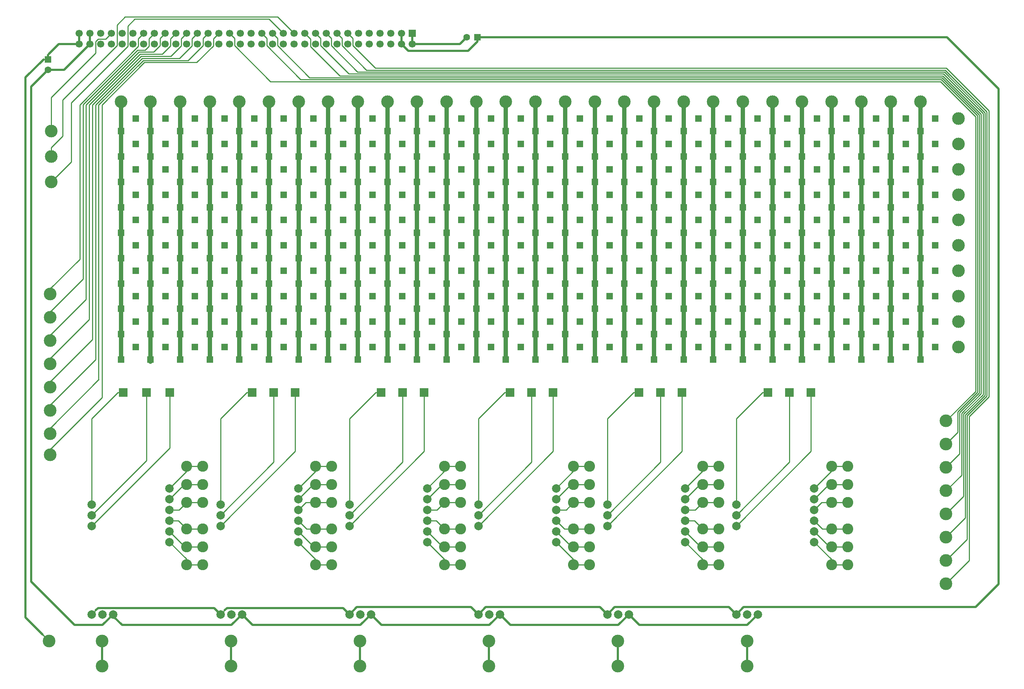
<source format=gbr>
G04 #@! TF.GenerationSoftware,KiCad,Pcbnew,(5.0.0)*
G04 #@! TF.CreationDate,2019-08-30T17:40:10+01:00*
G04 #@! TF.ProjectId,A-GA,412D47412E6B696361645F7063620000,rev?*
G04 #@! TF.SameCoordinates,Original*
G04 #@! TF.FileFunction,Copper,L2,Bot,Signal*
G04 #@! TF.FilePolarity,Positive*
%FSLAX46Y46*%
G04 Gerber Fmt 4.6, Leading zero omitted, Abs format (unit mm)*
G04 Created by KiCad (PCBNEW (5.0.0)) date 08/30/19 17:40:10*
%MOMM*%
%LPD*%
G01*
G04 APERTURE LIST*
G04 #@! TA.AperFunction,ComponentPad*
%ADD10R,2.000000X2.000000*%
G04 #@! TD*
G04 #@! TA.AperFunction,ComponentPad*
%ADD11R,1.700000X1.700000*%
G04 #@! TD*
G04 #@! TA.AperFunction,ComponentPad*
%ADD12C,1.700000*%
G04 #@! TD*
G04 #@! TA.AperFunction,ComponentPad*
%ADD13C,1.600000*%
G04 #@! TD*
G04 #@! TA.AperFunction,ComponentPad*
%ADD14R,1.600000X1.600000*%
G04 #@! TD*
G04 #@! TA.AperFunction,ComponentPad*
%ADD15C,2.000000*%
G04 #@! TD*
G04 #@! TA.AperFunction,ComponentPad*
%ADD16C,3.000000*%
G04 #@! TD*
G04 #@! TA.AperFunction,ComponentPad*
%ADD17C,2.600000*%
G04 #@! TD*
G04 #@! TA.AperFunction,ComponentPad*
%ADD18R,1.500000X1.500000*%
G04 #@! TD*
G04 #@! TA.AperFunction,Conductor*
%ADD19C,0.500000*%
G04 #@! TD*
G04 #@! TA.AperFunction,Conductor*
%ADD20C,0.250000*%
G04 #@! TD*
G04 #@! TA.AperFunction,Conductor*
%ADD21C,1.000000*%
G04 #@! TD*
G04 APERTURE END LIST*
D10*
G04 #@! TO.P,TPLA11,1*
G04 #@! TO.N,Net-(TPLA11-Pad1)*
X61000000Y-115750000D03*
G04 #@! TD*
D11*
G04 #@! TO.P,J1,1*
G04 #@! TO.N,GND*
X118345000Y-30861000D03*
D12*
G04 #@! TO.P,J1,A*
X118345000Y-33401000D03*
G04 #@! TO.P,J1,2*
G04 #@! TO.N,6v*
X115805000Y-30861000D03*
G04 #@! TO.P,J1,B*
X115805000Y-33401000D03*
G04 #@! TO.P,J1,3*
G04 #@! TO.N,N/C*
X113265000Y-30861000D03*
G04 #@! TO.P,J1,C*
G04 #@! TO.N,C*
X113265000Y-33401000D03*
G04 #@! TO.P,J1,4*
G04 #@! TO.N,N/C*
X110725000Y-30861000D03*
G04 #@! TO.P,J1,D*
G04 #@! TO.N,D*
X110725000Y-33401000D03*
G04 #@! TO.P,J1,5*
G04 #@! TO.N,N/C*
X108185000Y-30861000D03*
G04 #@! TO.P,J1,E*
G04 #@! TO.N,E*
X108185000Y-33401000D03*
G04 #@! TO.P,J1,6*
G04 #@! TO.N,N/C*
X105645000Y-30861000D03*
G04 #@! TO.P,J1,F*
G04 #@! TO.N,F*
X105645000Y-33401000D03*
G04 #@! TO.P,J1,7*
G04 #@! TO.N,7*
X103105000Y-30861000D03*
G04 #@! TO.P,J1,H*
G04 #@! TO.N,H*
X103105000Y-33401000D03*
G04 #@! TO.P,J1,8*
G04 #@! TO.N,8*
X100565000Y-30861000D03*
G04 #@! TO.P,J1,J*
G04 #@! TO.N,J*
X100565000Y-33401000D03*
G04 #@! TO.P,J1,9*
G04 #@! TO.N,9*
X98025000Y-30861000D03*
G04 #@! TO.P,J1,K*
G04 #@! TO.N,K*
X98025000Y-33401000D03*
G04 #@! TO.P,J1,10*
G04 #@! TO.N,10*
X95485000Y-30861000D03*
G04 #@! TO.P,J1,L*
G04 #@! TO.N,L*
X95485000Y-33401000D03*
G04 #@! TO.P,J1,11*
G04 #@! TO.N,11*
X92945000Y-30861000D03*
G04 #@! TO.P,J1,M*
G04 #@! TO.N,M*
X92945000Y-33401000D03*
G04 #@! TO.P,J1,12*
G04 #@! TO.N,12*
X90405000Y-30861000D03*
G04 #@! TO.P,J1,N*
G04 #@! TO.N,N*
X90405000Y-33401000D03*
G04 #@! TO.P,J1,13*
G04 #@! TO.N,13*
X87865000Y-30861000D03*
G04 #@! TO.P,J1,P*
G04 #@! TO.N,P*
X87865000Y-33401000D03*
G04 #@! TO.P,J1,14*
G04 #@! TO.N,14*
X85325000Y-30861000D03*
G04 #@! TO.P,J1,R*
G04 #@! TO.N,R*
X85325000Y-33401000D03*
G04 #@! TO.P,J1,15*
G04 #@! TO.N,15*
X82785000Y-30861000D03*
G04 #@! TO.P,J1,S*
G04 #@! TO.N,S*
X82785000Y-33401000D03*
G04 #@! TO.P,J1,16*
G04 #@! TO.N,N/C*
X80245000Y-30861000D03*
G04 #@! TO.P,J1,T*
G04 #@! TO.N,T*
X80245000Y-33401000D03*
G04 #@! TO.P,J1,17*
G04 #@! TO.N,N/C*
X77705000Y-30861000D03*
G04 #@! TO.P,J1,U*
G04 #@! TO.N,U*
X77705000Y-33401000D03*
G04 #@! TO.P,J1,18*
G04 #@! TO.N,18*
X75165000Y-30861000D03*
G04 #@! TO.P,J1,V*
G04 #@! TO.N,V*
X75165000Y-33401000D03*
G04 #@! TO.P,J1,19*
G04 #@! TO.N,CA-*
X72625000Y-30861000D03*
G04 #@! TO.P,J1,W*
G04 #@! TO.N,W*
X72625000Y-33401000D03*
G04 #@! TO.P,J1,20*
G04 #@! TO.N,CA*
X70085000Y-30861000D03*
G04 #@! TO.P,J1,X*
G04 #@! TO.N,X*
X70085000Y-33401000D03*
G04 #@! TO.P,J1,21*
G04 #@! TO.N,S4-*
X67545000Y-30861000D03*
G04 #@! TO.P,J1,Y*
G04 #@! TO.N,Y*
X67545000Y-33401000D03*
G04 #@! TO.P,J1,22*
G04 #@! TO.N,S4*
X65005000Y-30861000D03*
G04 #@! TO.P,J1,Z*
G04 #@! TO.N,Z*
X65005000Y-33401000D03*
G04 #@! TO.P,J1,23*
G04 #@! TO.N,S3*
X62465000Y-30861000D03*
G04 #@! TO.P,J1,AA*
G04 #@! TO.N,AA*
X62465000Y-33401000D03*
G04 #@! TO.P,J1,24*
G04 #@! TO.N,S2*
X59925000Y-30861000D03*
G04 #@! TO.P,J1,AB*
G04 #@! TO.N,AB*
X59925000Y-33401000D03*
G04 #@! TO.P,J1,25*
G04 #@! TO.N,S1*
X57385000Y-30861000D03*
G04 #@! TO.P,J1,AC*
G04 #@! TO.N,AC*
X57385000Y-33401000D03*
G04 #@! TO.P,J1,26*
G04 #@! TO.N,S0*
X54845000Y-30861000D03*
G04 #@! TO.P,J1,AD*
G04 #@! TO.N,AD*
X54845000Y-33401000D03*
G04 #@! TO.P,J1,27*
G04 #@! TO.N,N/C*
X52305000Y-30861000D03*
G04 #@! TO.P,J1,AE*
G04 #@! TO.N,AE*
X52305000Y-33401000D03*
G04 #@! TO.P,J1,28*
G04 #@! TO.N,N/C*
X49765000Y-30861000D03*
G04 #@! TO.P,J1,AF*
G04 #@! TO.N,AF*
X49765000Y-33401000D03*
G04 #@! TO.P,J1,29*
G04 #@! TO.N,29*
X47225000Y-30861000D03*
G04 #@! TO.P,J1,AH*
G04 #@! TO.N,AH*
X47225000Y-33401000D03*
G04 #@! TO.P,J1,30*
G04 #@! TO.N,N/C*
X44685000Y-30861000D03*
G04 #@! TO.P,J1,AJ*
G04 #@! TO.N,AJ*
X44685000Y-33401000D03*
G04 #@! TO.P,J1,31*
G04 #@! TO.N,Neg6v*
X42145000Y-30861000D03*
G04 #@! TO.P,J1,AK*
X42145000Y-33401000D03*
G04 #@! TO.P,J1,32*
G04 #@! TO.N,GND*
X39605000Y-30861000D03*
G04 #@! TO.P,J1,AL*
X39605000Y-33401000D03*
G04 #@! TD*
D13*
G04 #@! TO.P,C1,2*
G04 #@! TO.N,Neg6v*
X32250000Y-39500000D03*
D14*
G04 #@! TO.P,C1,1*
G04 #@! TO.N,GND*
X32250000Y-37000000D03*
G04 #@! TD*
D15*
G04 #@! TO.P,U6,13*
G04 #@! TO.N,Net-(TPLF13-Pad1)*
X194945000Y-142240000D03*
G04 #@! TO.P,U6,12*
G04 #@! TO.N,Net-(TPLF12-Pad1)*
X194945000Y-144780000D03*
G04 #@! TO.P,U6,11*
G04 #@! TO.N,Net-(TPLF11-Pad1)*
X194945000Y-147320000D03*
G04 #@! TO.P,U6,6*
G04 #@! TO.N,Net-(TPLF6-Pad1)*
X213360000Y-138430000D03*
G04 #@! TO.P,U6,5*
G04 #@! TO.N,Net-(TPLF5-Pad1)*
X213360000Y-140970000D03*
G04 #@! TO.P,U6,4*
G04 #@! TO.N,Net-(TPLF4-Pad1)*
X213360000Y-143510000D03*
G04 #@! TO.P,U6,3*
G04 #@! TO.N,Net-(TPLF3-Pad1)*
X213360000Y-146050000D03*
G04 #@! TO.P,U6,2*
G04 #@! TO.N,Net-(TPLF2-Pad1)*
X213360000Y-148590000D03*
G04 #@! TO.P,U6,1*
G04 #@! TO.N,Net-(TPLF1-Pad1)*
X213360000Y-151130000D03*
G04 #@! TO.P,U6,23*
G04 #@! TO.N,Neg6v*
X200025000Y-168275000D03*
G04 #@! TO.P,U6,22*
G04 #@! TO.N,Net-(TPG61-Pad1)*
X197485000Y-168275000D03*
G04 #@! TO.P,U6,21*
G04 #@! TO.N,6v*
X194945000Y-168275000D03*
G04 #@! TD*
G04 #@! TO.P,U5,13*
G04 #@! TO.N,Net-(TPLE13-Pad1)*
X164465000Y-142240000D03*
G04 #@! TO.P,U5,12*
G04 #@! TO.N,Net-(TPLE12-Pad1)*
X164465000Y-144780000D03*
G04 #@! TO.P,U5,11*
G04 #@! TO.N,Net-(TPLE11-Pad1)*
X164465000Y-147320000D03*
G04 #@! TO.P,U5,6*
G04 #@! TO.N,Net-(TPLE6-Pad1)*
X182880000Y-138430000D03*
G04 #@! TO.P,U5,5*
G04 #@! TO.N,Net-(TPLE5-Pad1)*
X182880000Y-140970000D03*
G04 #@! TO.P,U5,4*
G04 #@! TO.N,Net-(TPLE4-Pad1)*
X182880000Y-143510000D03*
G04 #@! TO.P,U5,3*
G04 #@! TO.N,Net-(TPLE3-Pad1)*
X182880000Y-146050000D03*
G04 #@! TO.P,U5,2*
G04 #@! TO.N,Net-(TPLE2-Pad1)*
X182880000Y-148590000D03*
G04 #@! TO.P,U5,1*
G04 #@! TO.N,Net-(TPLE1-Pad1)*
X182880000Y-151130000D03*
G04 #@! TO.P,U5,23*
G04 #@! TO.N,Neg6v*
X169545000Y-168275000D03*
G04 #@! TO.P,U5,22*
G04 #@! TO.N,Net-(TPG51-Pad1)*
X167005000Y-168275000D03*
G04 #@! TO.P,U5,21*
G04 #@! TO.N,6v*
X164465000Y-168275000D03*
G04 #@! TD*
G04 #@! TO.P,U4,13*
G04 #@! TO.N,Net-(TPLBD13-Pad1)*
X133985000Y-142240000D03*
G04 #@! TO.P,U4,12*
G04 #@! TO.N,Net-(TPLD12-Pad1)*
X133985000Y-144780000D03*
G04 #@! TO.P,U4,11*
G04 #@! TO.N,Net-(TPLD11-Pad1)*
X133985000Y-147320000D03*
G04 #@! TO.P,U4,6*
G04 #@! TO.N,Net-(TPLD6-Pad1)*
X152400000Y-138430000D03*
G04 #@! TO.P,U4,5*
G04 #@! TO.N,Net-(TPLD5-Pad1)*
X152400000Y-140970000D03*
G04 #@! TO.P,U4,4*
G04 #@! TO.N,Net-(TPLD4-Pad1)*
X152400000Y-143510000D03*
G04 #@! TO.P,U4,3*
G04 #@! TO.N,Net-(TPLD3-Pad1)*
X152400000Y-146050000D03*
G04 #@! TO.P,U4,2*
G04 #@! TO.N,Net-(TPLD2-Pad1)*
X152400000Y-148590000D03*
G04 #@! TO.P,U4,1*
G04 #@! TO.N,Net-(TPLD1-Pad1)*
X152400000Y-151130000D03*
G04 #@! TO.P,U4,23*
G04 #@! TO.N,Neg6v*
X139065000Y-168275000D03*
G04 #@! TO.P,U4,22*
G04 #@! TO.N,Net-(TPG41-Pad1)*
X136525000Y-168275000D03*
G04 #@! TO.P,U4,21*
G04 #@! TO.N,6v*
X133985000Y-168275000D03*
G04 #@! TD*
G04 #@! TO.P,U1,13*
G04 #@! TO.N,Net-(TPLA13-Pad1)*
X42545000Y-142240000D03*
G04 #@! TO.P,U1,12*
G04 #@! TO.N,Net-(TPLA12-Pad1)*
X42545000Y-144780000D03*
G04 #@! TO.P,U1,11*
G04 #@! TO.N,Net-(TPLA11-Pad1)*
X42545000Y-147320000D03*
G04 #@! TO.P,U1,6*
G04 #@! TO.N,Net-(TPLA6-Pad1)*
X60960000Y-138430000D03*
G04 #@! TO.P,U1,5*
G04 #@! TO.N,Net-(TPLA5-Pad1)*
X60960000Y-140970000D03*
G04 #@! TO.P,U1,4*
G04 #@! TO.N,Net-(TPLA4-Pad1)*
X60960000Y-143510000D03*
G04 #@! TO.P,U1,3*
G04 #@! TO.N,Net-(TPLA3-Pad1)*
X60960000Y-146050000D03*
G04 #@! TO.P,U1,2*
G04 #@! TO.N,Net-(TPLA2-Pad1)*
X60960000Y-148590000D03*
G04 #@! TO.P,U1,1*
G04 #@! TO.N,Net-(TPLA1-Pad1)*
X60960000Y-151130000D03*
G04 #@! TO.P,U1,23*
G04 #@! TO.N,Neg6v*
X47625000Y-168275000D03*
G04 #@! TO.P,U1,22*
G04 #@! TO.N,Net-(TPG11-Pad1)*
X45085000Y-168275000D03*
G04 #@! TO.P,U1,21*
G04 #@! TO.N,6v*
X42545000Y-168275000D03*
G04 #@! TD*
G04 #@! TO.P,U2,13*
G04 #@! TO.N,Net-(TPLB13-Pad1)*
X73025000Y-142240000D03*
G04 #@! TO.P,U2,12*
G04 #@! TO.N,Net-(TPLB12-Pad1)*
X73025000Y-144780000D03*
G04 #@! TO.P,U2,11*
G04 #@! TO.N,Net-(TPLB11-Pad1)*
X73025000Y-147320000D03*
G04 #@! TO.P,U2,6*
G04 #@! TO.N,Net-(TPLB6-Pad1)*
X91440000Y-138430000D03*
G04 #@! TO.P,U2,5*
G04 #@! TO.N,Net-(TPLB5-Pad1)*
X91440000Y-140970000D03*
G04 #@! TO.P,U2,4*
G04 #@! TO.N,Net-(TPLB4-Pad1)*
X91440000Y-143510000D03*
G04 #@! TO.P,U2,3*
G04 #@! TO.N,Net-(TPLB3-Pad1)*
X91440000Y-146050000D03*
G04 #@! TO.P,U2,2*
G04 #@! TO.N,Net-(TPLB2-Pad1)*
X91440000Y-148590000D03*
G04 #@! TO.P,U2,1*
G04 #@! TO.N,Net-(TPLB1-Pad1)*
X91440000Y-151130000D03*
G04 #@! TO.P,U2,23*
G04 #@! TO.N,Neg6v*
X78105000Y-168275000D03*
G04 #@! TO.P,U2,22*
G04 #@! TO.N,Net-(TPG21-Pad1)*
X75565000Y-168275000D03*
G04 #@! TO.P,U2,21*
G04 #@! TO.N,6v*
X73025000Y-168275000D03*
G04 #@! TD*
D14*
G04 #@! TO.P,C2,1*
G04 #@! TO.N,6v*
X133750000Y-31750000D03*
D13*
G04 #@! TO.P,C2,2*
G04 #@! TO.N,GND*
X131250000Y-31750000D03*
G04 #@! TD*
D16*
G04 #@! TO.P,TPX1,1*
G04 #@! TO.N,AJ*
X49500000Y-47000000D03*
G04 #@! TD*
G04 #@! TO.P,TPX2,1*
G04 #@! TO.N,AH*
X56500000Y-47000000D03*
G04 #@! TD*
G04 #@! TO.P,TPX3,1*
G04 #@! TO.N,AF*
X63500000Y-47000000D03*
G04 #@! TD*
G04 #@! TO.P,TPX4,1*
G04 #@! TO.N,AE*
X70500000Y-47000000D03*
G04 #@! TD*
G04 #@! TO.P,TPX5,1*
G04 #@! TO.N,AD*
X77500000Y-47000000D03*
G04 #@! TD*
G04 #@! TO.P,TPX6,1*
G04 #@! TO.N,AC*
X84500000Y-47000000D03*
G04 #@! TD*
G04 #@! TO.P,TPX7,1*
G04 #@! TO.N,AB*
X91500000Y-47000000D03*
G04 #@! TD*
G04 #@! TO.P,TPX8,1*
G04 #@! TO.N,AA*
X98500000Y-47000000D03*
G04 #@! TD*
G04 #@! TO.P,TPX9,1*
G04 #@! TO.N,Z*
X105500000Y-47000000D03*
G04 #@! TD*
G04 #@! TO.P,TPX10,1*
G04 #@! TO.N,Y*
X112500000Y-47000000D03*
G04 #@! TD*
G04 #@! TO.P,TPX11,1*
G04 #@! TO.N,X*
X119500000Y-47000000D03*
G04 #@! TD*
G04 #@! TO.P,TPX12,1*
G04 #@! TO.N,W*
X126500000Y-47000000D03*
G04 #@! TD*
G04 #@! TO.P,TPX13,1*
G04 #@! TO.N,V*
X133500000Y-47000000D03*
G04 #@! TD*
G04 #@! TO.P,TPX14,1*
G04 #@! TO.N,U*
X140500000Y-47000000D03*
G04 #@! TD*
G04 #@! TO.P,TPX15,1*
G04 #@! TO.N,T*
X147500000Y-47000000D03*
G04 #@! TD*
G04 #@! TO.P,TPX16,1*
G04 #@! TO.N,S*
X154500000Y-47000000D03*
G04 #@! TD*
G04 #@! TO.P,TPX17,1*
G04 #@! TO.N,R*
X161500000Y-47000000D03*
G04 #@! TD*
G04 #@! TO.P,TPX18,1*
G04 #@! TO.N,P*
X168500000Y-47000000D03*
G04 #@! TD*
G04 #@! TO.P,TPY1,1*
G04 #@! TO.N,Net-(MH10-Pad1)*
X247500000Y-51000000D03*
G04 #@! TD*
G04 #@! TO.P,TPY2,1*
G04 #@! TO.N,Net-(MH12-Pad1)*
X247500000Y-57000000D03*
G04 #@! TD*
G04 #@! TO.P,TPY3,1*
G04 #@! TO.N,Net-(MH411-Pad1)*
X247500000Y-63000000D03*
G04 #@! TD*
G04 #@! TO.P,TPY4,1*
G04 #@! TO.N,Net-(MH100-Pad1)*
X247500000Y-69000000D03*
G04 #@! TD*
G04 #@! TO.P,TPY5,1*
G04 #@! TO.N,Net-(MH110-Pad1)*
X247500000Y-75000000D03*
G04 #@! TD*
G04 #@! TO.P,TPY6,1*
G04 #@! TO.N,Net-(MH128-Pad1)*
X247500000Y-81000000D03*
G04 #@! TD*
G04 #@! TO.P,TPY7,1*
G04 #@! TO.N,Net-(MH146-Pad1)*
X247500000Y-87000000D03*
G04 #@! TD*
G04 #@! TO.P,TPY8,1*
G04 #@! TO.N,Net-(MH164-Pad1)*
X247500000Y-93000000D03*
G04 #@! TD*
G04 #@! TO.P,TPY9,1*
G04 #@! TO.N,Net-(MH182-Pad1)*
X247500000Y-99000000D03*
G04 #@! TD*
G04 #@! TO.P,TPY10,1*
G04 #@! TO.N,Net-(MH200-Pad1)*
X247500000Y-105000000D03*
G04 #@! TD*
G04 #@! TO.P,TPX19,1*
G04 #@! TO.N,N*
X175500000Y-47000000D03*
G04 #@! TD*
G04 #@! TO.P,TPX20,1*
G04 #@! TO.N,M*
X182500000Y-47000000D03*
G04 #@! TD*
G04 #@! TO.P,TPX21,1*
G04 #@! TO.N,L*
X189500000Y-47000000D03*
G04 #@! TD*
G04 #@! TO.P,TPX22,1*
G04 #@! TO.N,K*
X196500000Y-47000000D03*
G04 #@! TD*
G04 #@! TO.P,TPX23,1*
G04 #@! TO.N,J*
X203500000Y-47000000D03*
G04 #@! TD*
G04 #@! TO.P,TPX24,1*
G04 #@! TO.N,H*
X210500000Y-47000000D03*
G04 #@! TD*
G04 #@! TO.P,TPX25,1*
G04 #@! TO.N,F*
X217500000Y-47000000D03*
G04 #@! TD*
G04 #@! TO.P,TPX26,1*
G04 #@! TO.N,E*
X224500000Y-47000000D03*
G04 #@! TD*
G04 #@! TO.P,TPX27,1*
G04 #@! TO.N,D*
X231500000Y-47000000D03*
G04 #@! TD*
G04 #@! TO.P,TPX28,1*
G04 #@! TO.N,C*
X238500000Y-47000000D03*
G04 #@! TD*
G04 #@! TO.P,TPG11,1*
G04 #@! TO.N,Net-(TPG11-Pad1)*
X45000000Y-180500000D03*
G04 #@! TD*
G04 #@! TO.P,TPG12,1*
G04 #@! TO.N,Net-(TPG11-Pad1)*
X45000000Y-174500000D03*
G04 #@! TD*
G04 #@! TO.P,TPG21,1*
G04 #@! TO.N,Net-(TPG21-Pad1)*
X75500000Y-180500000D03*
G04 #@! TD*
G04 #@! TO.P,TPG22,1*
G04 #@! TO.N,Net-(TPG21-Pad1)*
X75500000Y-174500000D03*
G04 #@! TD*
G04 #@! TO.P,TPG31,1*
G04 #@! TO.N,Net-(TPG31-Pad1)*
X106000000Y-180500000D03*
G04 #@! TD*
G04 #@! TO.P,TPG32,1*
G04 #@! TO.N,Net-(TPG31-Pad1)*
X106000000Y-174500000D03*
G04 #@! TD*
G04 #@! TO.P,TPG41,1*
G04 #@! TO.N,Net-(TPG41-Pad1)*
X136500000Y-180500000D03*
G04 #@! TD*
G04 #@! TO.P,TPG42,1*
G04 #@! TO.N,Net-(TPG41-Pad1)*
X136500000Y-174500000D03*
G04 #@! TD*
G04 #@! TO.P,TPG51,1*
G04 #@! TO.N,Net-(TPG51-Pad1)*
X167000000Y-180500000D03*
G04 #@! TD*
G04 #@! TO.P,TPG52,1*
G04 #@! TO.N,Net-(TPG51-Pad1)*
X167000000Y-174500000D03*
G04 #@! TD*
G04 #@! TO.P,TPG61,1*
G04 #@! TO.N,Net-(TPG61-Pad1)*
X197500000Y-180500000D03*
G04 #@! TD*
G04 #@! TO.P,TPG62,1*
G04 #@! TO.N,Net-(TPG61-Pad1)*
X197500000Y-174500000D03*
G04 #@! TD*
G04 #@! TO.P,TPI7,1*
G04 #@! TO.N,7*
X244500000Y-161000000D03*
G04 #@! TD*
G04 #@! TO.P,TPI8,1*
G04 #@! TO.N,8*
X244500000Y-155500000D03*
G04 #@! TD*
G04 #@! TO.P,TPI9,1*
G04 #@! TO.N,9*
X244500000Y-150000000D03*
G04 #@! TD*
G04 #@! TO.P,TPI10,1*
G04 #@! TO.N,10*
X244500000Y-144500000D03*
G04 #@! TD*
G04 #@! TO.P,TPI11,1*
G04 #@! TO.N,11*
X244500000Y-139000000D03*
G04 #@! TD*
G04 #@! TO.P,TPI14,1*
G04 #@! TO.N,14*
X244500000Y-133500000D03*
G04 #@! TD*
G04 #@! TO.P,TPI15,1*
G04 #@! TO.N,15*
X244500000Y-128000000D03*
G04 #@! TD*
G04 #@! TO.P,TPI18,1*
G04 #@! TO.N,18*
X244500000Y-122500000D03*
G04 #@! TD*
G04 #@! TO.P,TPI19,1*
G04 #@! TO.N,CA-*
X32750000Y-130500000D03*
G04 #@! TD*
G04 #@! TO.P,TPI20,1*
G04 #@! TO.N,CA*
X32750000Y-125500000D03*
G04 #@! TD*
G04 #@! TO.P,TPI21,1*
G04 #@! TO.N,S4-*
X32750000Y-120000000D03*
G04 #@! TD*
G04 #@! TO.P,TPI22,1*
G04 #@! TO.N,S4*
X32750000Y-114500000D03*
G04 #@! TD*
G04 #@! TO.P,TPI23,1*
G04 #@! TO.N,S3*
X32750000Y-109000000D03*
G04 #@! TD*
G04 #@! TO.P,TPI24,1*
G04 #@! TO.N,S2*
X32750000Y-103500000D03*
G04 #@! TD*
G04 #@! TO.P,TPI25,1*
G04 #@! TO.N,S1*
X32750000Y-98000000D03*
G04 #@! TD*
G04 #@! TO.P,TPI26,1*
G04 #@! TO.N,S0*
X32750000Y-92500000D03*
G04 #@! TD*
D15*
G04 #@! TO.P,U3,21*
G04 #@! TO.N,6v*
X103505000Y-168275000D03*
G04 #@! TO.P,U3,22*
G04 #@! TO.N,Net-(TPG31-Pad1)*
X106045000Y-168275000D03*
G04 #@! TO.P,U3,23*
G04 #@! TO.N,Neg6v*
X108585000Y-168275000D03*
G04 #@! TO.P,U3,1*
G04 #@! TO.N,Net-(TPLC1-Pad1)*
X121920000Y-151130000D03*
G04 #@! TO.P,U3,2*
G04 #@! TO.N,Net-(TPLC2-Pad1)*
X121920000Y-148590000D03*
G04 #@! TO.P,U3,3*
G04 #@! TO.N,Net-(TPLC3-Pad1)*
X121920000Y-146050000D03*
G04 #@! TO.P,U3,4*
G04 #@! TO.N,Net-(TPLC4-Pad1)*
X121920000Y-143510000D03*
G04 #@! TO.P,U3,5*
G04 #@! TO.N,Net-(TPLC5-Pad1)*
X121920000Y-140970000D03*
G04 #@! TO.P,U3,6*
G04 #@! TO.N,Net-(TPLC6-Pad1)*
X121920000Y-138430000D03*
G04 #@! TO.P,U3,11*
G04 #@! TO.N,Net-(TPLC11-Pad1)*
X103505000Y-147320000D03*
G04 #@! TO.P,U3,12*
G04 #@! TO.N,Net-(TPLC12-Pad1)*
X103505000Y-144780000D03*
G04 #@! TO.P,U3,13*
G04 #@! TO.N,Net-(TPLC13-Pad1)*
X103505000Y-142240000D03*
G04 #@! TD*
D16*
G04 #@! TO.P,TPG0,1*
G04 #@! TO.N,GND*
X32500000Y-174500000D03*
G04 #@! TD*
D17*
G04 #@! TO.P,TPLA1,1*
G04 #@! TO.N,Net-(TPLA1-Pad1)*
X65000000Y-156500000D03*
X68810000Y-156500000D03*
G04 #@! TD*
G04 #@! TO.P,TPLA2,1*
G04 #@! TO.N,Net-(TPLA2-Pad1)*
X68810000Y-152250000D03*
X65000000Y-152250000D03*
G04 #@! TD*
G04 #@! TO.P,TPLA3,1*
G04 #@! TO.N,Net-(TPLA3-Pad1)*
X65000000Y-148000000D03*
X68810000Y-148000000D03*
G04 #@! TD*
G04 #@! TO.P,TPLA4,1*
G04 #@! TO.N,Net-(TPLA4-Pad1)*
X68810000Y-141750000D03*
X65000000Y-141750000D03*
G04 #@! TD*
G04 #@! TO.P,TPLA5,1*
G04 #@! TO.N,Net-(TPLA5-Pad1)*
X65000000Y-137500000D03*
X68810000Y-137500000D03*
G04 #@! TD*
G04 #@! TO.P,TPLA6,1*
G04 #@! TO.N,Net-(TPLA6-Pad1)*
X68810000Y-133250000D03*
X65000000Y-133250000D03*
G04 #@! TD*
D10*
G04 #@! TO.P,TPLA12,1*
G04 #@! TO.N,Net-(TPLA12-Pad1)*
X55500000Y-115750000D03*
G04 #@! TD*
G04 #@! TO.P,TPLA13,1*
G04 #@! TO.N,Net-(TPLA13-Pad1)*
X50000000Y-115750000D03*
G04 #@! TD*
D18*
G04 #@! TO.P,MH1,1*
G04 #@! TO.N,P*
X168500000Y-54000000D03*
G04 #@! TD*
G04 #@! TO.P,MH2,1*
G04 #@! TO.N,Net-(MH10-Pad1)*
X144000000Y-51000000D03*
G04 #@! TD*
G04 #@! TO.P,MH3,1*
G04 #@! TO.N,Net-(MH10-Pad1)*
X109000000Y-51000000D03*
G04 #@! TD*
G04 #@! TO.P,MH4,1*
G04 #@! TO.N,Net-(MH10-Pad1)*
X151000000Y-51000000D03*
G04 #@! TD*
G04 #@! TO.P,MH5,1*
G04 #@! TO.N,Net-(MH10-Pad1)*
X116000000Y-51000000D03*
G04 #@! TD*
G04 #@! TO.P,MH6,1*
G04 #@! TO.N,Net-(MH10-Pad1)*
X123000000Y-51000000D03*
G04 #@! TD*
G04 #@! TO.P,MH7,1*
G04 #@! TO.N,Net-(MH10-Pad1)*
X158000000Y-51000000D03*
G04 #@! TD*
G04 #@! TO.P,MH8,1*
G04 #@! TO.N,Net-(MH10-Pad1)*
X130000000Y-51000000D03*
G04 #@! TD*
G04 #@! TO.P,MH9,1*
G04 #@! TO.N,Net-(MH10-Pad1)*
X137000000Y-51000000D03*
G04 #@! TD*
G04 #@! TO.P,MH10,1*
G04 #@! TO.N,Net-(MH10-Pad1)*
X165000000Y-51000000D03*
G04 #@! TD*
G04 #@! TO.P,MH11,1*
G04 #@! TO.N,P*
X168500000Y-60000000D03*
G04 #@! TD*
G04 #@! TO.P,MH12,1*
G04 #@! TO.N,Net-(MH12-Pad1)*
X165000000Y-57000000D03*
G04 #@! TD*
G04 #@! TO.P,MH13,1*
G04 #@! TO.N,R*
X161500000Y-96000000D03*
G04 #@! TD*
G04 #@! TO.P,MH14,1*
G04 #@! TO.N,S*
X154500000Y-96000000D03*
G04 #@! TD*
G04 #@! TO.P,MH15,1*
G04 #@! TO.N,T*
X147500000Y-54000000D03*
G04 #@! TD*
G04 #@! TO.P,MH16,1*
G04 #@! TO.N,U*
X140500000Y-66000000D03*
G04 #@! TD*
G04 #@! TO.P,MH17,1*
G04 #@! TO.N,V*
X133500000Y-54000000D03*
G04 #@! TD*
G04 #@! TO.P,MH18,1*
G04 #@! TO.N,W*
X126500000Y-54000000D03*
G04 #@! TD*
G04 #@! TO.P,MH19,1*
G04 #@! TO.N,X*
X119500000Y-54000000D03*
G04 #@! TD*
G04 #@! TO.P,MH20,1*
G04 #@! TO.N,Y*
X112500000Y-54000000D03*
G04 #@! TD*
G04 #@! TO.P,MH21,1*
G04 #@! TO.N,Z*
X105500000Y-54000000D03*
G04 #@! TD*
G04 #@! TO.P,MH22,1*
G04 #@! TO.N,AA*
X98500000Y-54000000D03*
G04 #@! TD*
G04 #@! TO.P,MH23,1*
G04 #@! TO.N,AB*
X91500000Y-54000000D03*
G04 #@! TD*
G04 #@! TO.P,MH24,1*
G04 #@! TO.N,AC*
X84500000Y-54000000D03*
G04 #@! TD*
G04 #@! TO.P,MH25,1*
G04 #@! TO.N,AD*
X77500000Y-54000000D03*
G04 #@! TD*
G04 #@! TO.P,MH26,1*
G04 #@! TO.N,AE*
X70500000Y-84000000D03*
G04 #@! TD*
G04 #@! TO.P,MH27,1*
G04 #@! TO.N,AF*
X63500000Y-54000000D03*
G04 #@! TD*
G04 #@! TO.P,MH28,1*
G04 #@! TO.N,AH*
X56500000Y-54000000D03*
G04 #@! TD*
G04 #@! TO.P,MH29,1*
G04 #@! TO.N,AJ*
X49500000Y-90000000D03*
G04 #@! TD*
G04 #@! TO.P,MH30,1*
G04 #@! TO.N,Net-(MH10-Pad1)*
X172000000Y-51000000D03*
G04 #@! TD*
G04 #@! TO.P,MH31,1*
G04 #@! TO.N,Net-(MH10-Pad1)*
X60000000Y-51000000D03*
G04 #@! TD*
G04 #@! TO.P,MH32,1*
G04 #@! TO.N,Net-(MH10-Pad1)*
X95000000Y-51000000D03*
G04 #@! TD*
G04 #@! TO.P,MH33,1*
G04 #@! TO.N,Net-(MH10-Pad1)*
X81000000Y-51000000D03*
G04 #@! TD*
G04 #@! TO.P,MH34,1*
G04 #@! TO.N,Net-(MH10-Pad1)*
X102000000Y-51000000D03*
G04 #@! TD*
G04 #@! TO.P,MH35,1*
G04 #@! TO.N,Net-(MH10-Pad1)*
X74000000Y-51000000D03*
G04 #@! TD*
G04 #@! TO.P,MH36,1*
G04 #@! TO.N,Net-(MH10-Pad1)*
X88000000Y-51000000D03*
G04 #@! TD*
G04 #@! TO.P,MH37,1*
G04 #@! TO.N,Net-(MH10-Pad1)*
X53000000Y-51000000D03*
G04 #@! TD*
G04 #@! TO.P,MH38,1*
G04 #@! TO.N,Net-(MH10-Pad1)*
X67000000Y-51000000D03*
G04 #@! TD*
G04 #@! TO.P,MH39,1*
G04 #@! TO.N,R*
X161500000Y-54000000D03*
G04 #@! TD*
G04 #@! TO.P,MH40,1*
G04 #@! TO.N,S*
X154500000Y-54000000D03*
G04 #@! TD*
G04 #@! TO.P,MH41,1*
G04 #@! TO.N,T*
X147500000Y-102000000D03*
G04 #@! TD*
G04 #@! TO.P,MH42,1*
G04 #@! TO.N,U*
X140500000Y-108000000D03*
G04 #@! TD*
G04 #@! TO.P,MH43,1*
G04 #@! TO.N,V*
X133500000Y-108000000D03*
G04 #@! TD*
G04 #@! TO.P,MH44,1*
G04 #@! TO.N,W*
X126500000Y-108000000D03*
G04 #@! TD*
G04 #@! TO.P,MH45,1*
G04 #@! TO.N,X*
X119500000Y-96000000D03*
G04 #@! TD*
G04 #@! TO.P,MH46,1*
G04 #@! TO.N,Y*
X112500000Y-108000000D03*
G04 #@! TD*
G04 #@! TO.P,MH47,1*
G04 #@! TO.N,Z*
X105500000Y-60000000D03*
G04 #@! TD*
G04 #@! TO.P,MH48,1*
G04 #@! TO.N,AA*
X98500000Y-60000000D03*
G04 #@! TD*
G04 #@! TO.P,MH49,1*
G04 #@! TO.N,AB*
X91500000Y-108000000D03*
G04 #@! TD*
G04 #@! TO.P,MH50,1*
G04 #@! TO.N,AC*
X84500000Y-108000000D03*
G04 #@! TD*
G04 #@! TO.P,MH51,1*
G04 #@! TO.N,AD*
X77500000Y-60000000D03*
G04 #@! TD*
G04 #@! TO.P,MH52,1*
G04 #@! TO.N,AE*
X70500000Y-108000000D03*
G04 #@! TD*
G04 #@! TO.P,MH53,1*
G04 #@! TO.N,AF*
X63500000Y-72000000D03*
G04 #@! TD*
G04 #@! TO.P,MH54,1*
G04 #@! TO.N,AH*
X56500000Y-72000000D03*
G04 #@! TD*
G04 #@! TO.P,MH55,1*
G04 #@! TO.N,AJ*
X49500000Y-60000000D03*
G04 #@! TD*
G04 #@! TO.P,MH56,1*
G04 #@! TO.N,Net-(MH12-Pad1)*
X130000000Y-57000000D03*
G04 #@! TD*
G04 #@! TO.P,MH57,1*
G04 #@! TO.N,Net-(MH12-Pad1)*
X151000000Y-57000000D03*
G04 #@! TD*
G04 #@! TO.P,MH58,1*
G04 #@! TO.N,Net-(MH12-Pad1)*
X123000000Y-57000000D03*
G04 #@! TD*
G04 #@! TO.P,MH59,1*
G04 #@! TO.N,Net-(MH12-Pad1)*
X53000000Y-57000000D03*
G04 #@! TD*
G04 #@! TO.P,MH60,1*
G04 #@! TO.N,Net-(MH12-Pad1)*
X172000000Y-57000000D03*
G04 #@! TD*
G04 #@! TO.P,MH61,1*
G04 #@! TO.N,Net-(MH12-Pad1)*
X74000000Y-57000000D03*
G04 #@! TD*
G04 #@! TO.P,MH62,1*
G04 #@! TO.N,Net-(MH12-Pad1)*
X158000000Y-57000000D03*
G04 #@! TD*
G04 #@! TO.P,MH63,1*
G04 #@! TO.N,Net-(MH12-Pad1)*
X102000000Y-57000000D03*
G04 #@! TD*
G04 #@! TO.P,MH64,1*
G04 #@! TO.N,Net-(MH12-Pad1)*
X95000000Y-57000000D03*
G04 #@! TD*
G04 #@! TO.P,MH65,1*
G04 #@! TO.N,Net-(MH12-Pad1)*
X109000000Y-57000000D03*
G04 #@! TD*
G04 #@! TO.P,MH66,1*
G04 #@! TO.N,Net-(MH12-Pad1)*
X144000000Y-57000000D03*
G04 #@! TD*
G04 #@! TO.P,MH67,1*
G04 #@! TO.N,Net-(MH12-Pad1)*
X88000000Y-57000000D03*
G04 #@! TD*
G04 #@! TO.P,MH68,1*
G04 #@! TO.N,Net-(MH12-Pad1)*
X67000000Y-57000000D03*
G04 #@! TD*
G04 #@! TO.P,MH69,1*
G04 #@! TO.N,Net-(MH12-Pad1)*
X60000000Y-57000000D03*
G04 #@! TD*
G04 #@! TO.P,MH70,1*
G04 #@! TO.N,Net-(MH12-Pad1)*
X137000000Y-57000000D03*
G04 #@! TD*
G04 #@! TO.P,MH71,1*
G04 #@! TO.N,Net-(MH12-Pad1)*
X116000000Y-57000000D03*
G04 #@! TD*
G04 #@! TO.P,MH72,1*
G04 #@! TO.N,Net-(MH12-Pad1)*
X81000000Y-57000000D03*
G04 #@! TD*
G04 #@! TO.P,MH73,1*
G04 #@! TO.N,P*
X168500000Y-66000000D03*
G04 #@! TD*
G04 #@! TO.P,MH74,1*
G04 #@! TO.N,Net-(MH411-Pad1)*
X165000000Y-63000000D03*
G04 #@! TD*
G04 #@! TO.P,MH75,1*
G04 #@! TO.N,Net-(MH411-Pad1)*
X144000000Y-63000000D03*
G04 #@! TD*
G04 #@! TO.P,MH76,1*
G04 #@! TO.N,Net-(MH411-Pad1)*
X130000000Y-63000000D03*
G04 #@! TD*
G04 #@! TO.P,MH77,1*
G04 #@! TO.N,Net-(MH411-Pad1)*
X123000000Y-63000000D03*
G04 #@! TD*
G04 #@! TO.P,MH78,1*
G04 #@! TO.N,Net-(MH411-Pad1)*
X137000000Y-63000000D03*
G04 #@! TD*
G04 #@! TO.P,MH79,1*
G04 #@! TO.N,Net-(MH411-Pad1)*
X88000000Y-63000000D03*
G04 #@! TD*
G04 #@! TO.P,MH80,1*
G04 #@! TO.N,Net-(MH411-Pad1)*
X95000000Y-63000000D03*
G04 #@! TD*
G04 #@! TO.P,MH81,1*
G04 #@! TO.N,Net-(MH411-Pad1)*
X53000000Y-63000000D03*
G04 #@! TD*
G04 #@! TO.P,MH82,1*
G04 #@! TO.N,Net-(MH411-Pad1)*
X158000000Y-63000000D03*
G04 #@! TD*
G04 #@! TO.P,MH83,1*
G04 #@! TO.N,Net-(MH411-Pad1)*
X172000000Y-63000000D03*
G04 #@! TD*
G04 #@! TO.P,MH84,1*
G04 #@! TO.N,Net-(MH411-Pad1)*
X60000000Y-63000000D03*
G04 #@! TD*
G04 #@! TO.P,MH85,1*
G04 #@! TO.N,Net-(MH411-Pad1)*
X151000000Y-63000000D03*
G04 #@! TD*
G04 #@! TO.P,MH86,1*
G04 #@! TO.N,Net-(MH411-Pad1)*
X81000000Y-63000000D03*
G04 #@! TD*
G04 #@! TO.P,MH87,1*
G04 #@! TO.N,Net-(MH411-Pad1)*
X67000000Y-63000000D03*
G04 #@! TD*
G04 #@! TO.P,MH88,1*
G04 #@! TO.N,Net-(MH411-Pad1)*
X74000000Y-63000000D03*
G04 #@! TD*
G04 #@! TO.P,MH89,1*
G04 #@! TO.N,Net-(MH411-Pad1)*
X102000000Y-63000000D03*
G04 #@! TD*
G04 #@! TO.P,MH90,1*
G04 #@! TO.N,Net-(MH411-Pad1)*
X109000000Y-63000000D03*
G04 #@! TD*
G04 #@! TO.P,MH91,1*
G04 #@! TO.N,Net-(MH411-Pad1)*
X116000000Y-63000000D03*
G04 #@! TD*
G04 #@! TO.P,MH92,1*
G04 #@! TO.N,Net-(MH100-Pad1)*
X109000000Y-69000000D03*
G04 #@! TD*
G04 #@! TO.P,MH93,1*
G04 #@! TO.N,Net-(MH100-Pad1)*
X88000000Y-69000000D03*
G04 #@! TD*
G04 #@! TO.P,MH94,1*
G04 #@! TO.N,Net-(MH100-Pad1)*
X53000000Y-69000000D03*
G04 #@! TD*
G04 #@! TO.P,MH95,1*
G04 #@! TO.N,Net-(MH100-Pad1)*
X172000000Y-69000000D03*
G04 #@! TD*
G04 #@! TO.P,MH96,1*
G04 #@! TO.N,Net-(MH100-Pad1)*
X67000000Y-69000000D03*
G04 #@! TD*
G04 #@! TO.P,MH97,1*
G04 #@! TO.N,Net-(MH100-Pad1)*
X165000000Y-69000000D03*
G04 #@! TD*
G04 #@! TO.P,MH98,1*
G04 #@! TO.N,Net-(MH100-Pad1)*
X130000000Y-69000000D03*
G04 #@! TD*
G04 #@! TO.P,MH99,1*
G04 #@! TO.N,Net-(MH100-Pad1)*
X81000000Y-69000000D03*
G04 #@! TD*
G04 #@! TO.P,MH100,1*
G04 #@! TO.N,Net-(MH100-Pad1)*
X95000000Y-69000000D03*
G04 #@! TD*
G04 #@! TO.P,MH101,1*
G04 #@! TO.N,Net-(MH100-Pad1)*
X74000000Y-69000000D03*
G04 #@! TD*
G04 #@! TO.P,MH102,1*
G04 #@! TO.N,Net-(MH100-Pad1)*
X151000000Y-69000000D03*
G04 #@! TD*
G04 #@! TO.P,MH103,1*
G04 #@! TO.N,Net-(MH100-Pad1)*
X102000000Y-69000000D03*
G04 #@! TD*
G04 #@! TO.P,MH104,1*
G04 #@! TO.N,Net-(MH100-Pad1)*
X158000000Y-69000000D03*
G04 #@! TD*
G04 #@! TO.P,MH105,1*
G04 #@! TO.N,Net-(MH100-Pad1)*
X123000000Y-69000000D03*
G04 #@! TD*
G04 #@! TO.P,MH106,1*
G04 #@! TO.N,Net-(MH100-Pad1)*
X116000000Y-69000000D03*
G04 #@! TD*
G04 #@! TO.P,MH107,1*
G04 #@! TO.N,Net-(MH100-Pad1)*
X144000000Y-69000000D03*
G04 #@! TD*
G04 #@! TO.P,MH108,1*
G04 #@! TO.N,Net-(MH100-Pad1)*
X137000000Y-69000000D03*
G04 #@! TD*
G04 #@! TO.P,MH109,1*
G04 #@! TO.N,Net-(MH100-Pad1)*
X60000000Y-69000000D03*
G04 #@! TD*
G04 #@! TO.P,MH110,1*
G04 #@! TO.N,Net-(MH110-Pad1)*
X137000000Y-75000000D03*
G04 #@! TD*
G04 #@! TO.P,MH111,1*
G04 #@! TO.N,Net-(MH110-Pad1)*
X95000000Y-75000000D03*
G04 #@! TD*
G04 #@! TO.P,MH112,1*
G04 #@! TO.N,Net-(MH110-Pad1)*
X165000000Y-75000000D03*
G04 #@! TD*
G04 #@! TO.P,MH113,1*
G04 #@! TO.N,Net-(MH110-Pad1)*
X60000000Y-75000000D03*
G04 #@! TD*
G04 #@! TO.P,MH114,1*
G04 #@! TO.N,Net-(MH110-Pad1)*
X74000000Y-75000000D03*
G04 #@! TD*
G04 #@! TO.P,MH115,1*
G04 #@! TO.N,Net-(MH110-Pad1)*
X123000000Y-75000000D03*
G04 #@! TD*
G04 #@! TO.P,MH116,1*
G04 #@! TO.N,Net-(MH110-Pad1)*
X116000000Y-75000000D03*
G04 #@! TD*
G04 #@! TO.P,MH117,1*
G04 #@! TO.N,Net-(MH110-Pad1)*
X88000000Y-75000000D03*
G04 #@! TD*
G04 #@! TO.P,MH118,1*
G04 #@! TO.N,Net-(MH110-Pad1)*
X81000000Y-75000000D03*
G04 #@! TD*
G04 #@! TO.P,MH119,1*
G04 #@! TO.N,Net-(MH110-Pad1)*
X144000000Y-75000000D03*
G04 #@! TD*
G04 #@! TO.P,MH120,1*
G04 #@! TO.N,Net-(MH110-Pad1)*
X109000000Y-75000000D03*
G04 #@! TD*
G04 #@! TO.P,MH121,1*
G04 #@! TO.N,Net-(MH110-Pad1)*
X102000000Y-75000000D03*
G04 #@! TD*
G04 #@! TO.P,MH122,1*
G04 #@! TO.N,Net-(MH110-Pad1)*
X172000000Y-75000000D03*
G04 #@! TD*
G04 #@! TO.P,MH123,1*
G04 #@! TO.N,Net-(MH110-Pad1)*
X158000000Y-75000000D03*
G04 #@! TD*
G04 #@! TO.P,MH124,1*
G04 #@! TO.N,Net-(MH110-Pad1)*
X53000000Y-75000000D03*
G04 #@! TD*
G04 #@! TO.P,MH125,1*
G04 #@! TO.N,Net-(MH110-Pad1)*
X130000000Y-75000000D03*
G04 #@! TD*
G04 #@! TO.P,MH126,1*
G04 #@! TO.N,Net-(MH110-Pad1)*
X67000000Y-75000000D03*
G04 #@! TD*
G04 #@! TO.P,MH127,1*
G04 #@! TO.N,Net-(MH110-Pad1)*
X151000000Y-75000000D03*
G04 #@! TD*
G04 #@! TO.P,MH128,1*
G04 #@! TO.N,Net-(MH128-Pad1)*
X102000000Y-81000000D03*
G04 #@! TD*
G04 #@! TO.P,MH129,1*
G04 #@! TO.N,Net-(MH128-Pad1)*
X88000000Y-81000000D03*
G04 #@! TD*
G04 #@! TO.P,MH130,1*
G04 #@! TO.N,Net-(MH128-Pad1)*
X60000000Y-81000000D03*
G04 #@! TD*
G04 #@! TO.P,MH131,1*
G04 #@! TO.N,Net-(MH128-Pad1)*
X116000000Y-81000000D03*
G04 #@! TD*
G04 #@! TO.P,MH132,1*
G04 #@! TO.N,Net-(MH128-Pad1)*
X123000000Y-81000000D03*
G04 #@! TD*
G04 #@! TO.P,MH133,1*
G04 #@! TO.N,Net-(MH128-Pad1)*
X81000000Y-81000000D03*
G04 #@! TD*
G04 #@! TO.P,MH134,1*
G04 #@! TO.N,Net-(MH128-Pad1)*
X144000000Y-81000000D03*
G04 #@! TD*
G04 #@! TO.P,MH135,1*
G04 #@! TO.N,Net-(MH128-Pad1)*
X95000000Y-81000000D03*
G04 #@! TD*
G04 #@! TO.P,MH136,1*
G04 #@! TO.N,Net-(MH128-Pad1)*
X109000000Y-81000000D03*
G04 #@! TD*
G04 #@! TO.P,MH137,1*
G04 #@! TO.N,Net-(MH128-Pad1)*
X74000000Y-81000000D03*
G04 #@! TD*
G04 #@! TO.P,MH138,1*
G04 #@! TO.N,Net-(MH128-Pad1)*
X165000000Y-81000000D03*
G04 #@! TD*
G04 #@! TO.P,MH139,1*
G04 #@! TO.N,Net-(MH128-Pad1)*
X137000000Y-81000000D03*
G04 #@! TD*
G04 #@! TO.P,MH140,1*
G04 #@! TO.N,Net-(MH128-Pad1)*
X172000000Y-81000000D03*
G04 #@! TD*
G04 #@! TO.P,MH141,1*
G04 #@! TO.N,Net-(MH128-Pad1)*
X53000000Y-81000000D03*
G04 #@! TD*
G04 #@! TO.P,MH142,1*
G04 #@! TO.N,Net-(MH128-Pad1)*
X130000000Y-81000000D03*
G04 #@! TD*
G04 #@! TO.P,MH143,1*
G04 #@! TO.N,Net-(MH128-Pad1)*
X151000000Y-81000000D03*
G04 #@! TD*
G04 #@! TO.P,MH144,1*
G04 #@! TO.N,Net-(MH128-Pad1)*
X158000000Y-81000000D03*
G04 #@! TD*
G04 #@! TO.P,MH145,1*
G04 #@! TO.N,Net-(MH128-Pad1)*
X67000000Y-81000000D03*
G04 #@! TD*
G04 #@! TO.P,MH146,1*
G04 #@! TO.N,Net-(MH146-Pad1)*
X123000000Y-87000000D03*
G04 #@! TD*
G04 #@! TO.P,MH147,1*
G04 #@! TO.N,Net-(MH146-Pad1)*
X102000000Y-87000000D03*
G04 #@! TD*
G04 #@! TO.P,MH148,1*
G04 #@! TO.N,Net-(MH146-Pad1)*
X95000000Y-87000000D03*
G04 #@! TD*
G04 #@! TO.P,MH149,1*
G04 #@! TO.N,Net-(MH146-Pad1)*
X88000000Y-87000000D03*
G04 #@! TD*
G04 #@! TO.P,MH150,1*
G04 #@! TO.N,Net-(MH146-Pad1)*
X74000000Y-87000000D03*
G04 #@! TD*
G04 #@! TO.P,MH151,1*
G04 #@! TO.N,Net-(MH146-Pad1)*
X172000000Y-87000000D03*
G04 #@! TD*
G04 #@! TO.P,MH152,1*
G04 #@! TO.N,Net-(MH146-Pad1)*
X53000000Y-87000000D03*
G04 #@! TD*
G04 #@! TO.P,MH153,1*
G04 #@! TO.N,Net-(MH146-Pad1)*
X116000000Y-87000000D03*
G04 #@! TD*
G04 #@! TO.P,MH154,1*
G04 #@! TO.N,Net-(MH146-Pad1)*
X81000000Y-87000000D03*
G04 #@! TD*
G04 #@! TO.P,MH155,1*
G04 #@! TO.N,Net-(MH146-Pad1)*
X130000000Y-87000000D03*
G04 #@! TD*
G04 #@! TO.P,MH156,1*
G04 #@! TO.N,Net-(MH146-Pad1)*
X158000000Y-87000000D03*
G04 #@! TD*
G04 #@! TO.P,MH157,1*
G04 #@! TO.N,Net-(MH146-Pad1)*
X165000000Y-87000000D03*
G04 #@! TD*
G04 #@! TO.P,MH158,1*
G04 #@! TO.N,Net-(MH146-Pad1)*
X137000000Y-87000000D03*
G04 #@! TD*
G04 #@! TO.P,MH159,1*
G04 #@! TO.N,Net-(MH146-Pad1)*
X60000000Y-87000000D03*
G04 #@! TD*
G04 #@! TO.P,MH160,1*
G04 #@! TO.N,Net-(MH146-Pad1)*
X67000000Y-87000000D03*
G04 #@! TD*
G04 #@! TO.P,MH161,1*
G04 #@! TO.N,Net-(MH146-Pad1)*
X144000000Y-87000000D03*
G04 #@! TD*
G04 #@! TO.P,MH162,1*
G04 #@! TO.N,Net-(MH146-Pad1)*
X109000000Y-87000000D03*
G04 #@! TD*
G04 #@! TO.P,MH163,1*
G04 #@! TO.N,Net-(MH146-Pad1)*
X151000000Y-87000000D03*
G04 #@! TD*
G04 #@! TO.P,MH164,1*
G04 #@! TO.N,Net-(MH164-Pad1)*
X102000000Y-93000000D03*
G04 #@! TD*
G04 #@! TO.P,MH165,1*
G04 #@! TO.N,Net-(MH164-Pad1)*
X60000000Y-93000000D03*
G04 #@! TD*
G04 #@! TO.P,MH166,1*
G04 #@! TO.N,Net-(MH164-Pad1)*
X130000000Y-93000000D03*
G04 #@! TD*
G04 #@! TO.P,MH167,1*
G04 #@! TO.N,Net-(MH164-Pad1)*
X74000000Y-93000000D03*
G04 #@! TD*
G04 #@! TO.P,MH168,1*
G04 #@! TO.N,Net-(MH164-Pad1)*
X158000000Y-93000000D03*
G04 #@! TD*
G04 #@! TO.P,MH169,1*
G04 #@! TO.N,Net-(MH164-Pad1)*
X53000000Y-93000000D03*
G04 #@! TD*
G04 #@! TO.P,MH170,1*
G04 #@! TO.N,Net-(MH164-Pad1)*
X151000000Y-93000000D03*
G04 #@! TD*
G04 #@! TO.P,MH171,1*
G04 #@! TO.N,Net-(MH164-Pad1)*
X109000000Y-93000000D03*
G04 #@! TD*
G04 #@! TO.P,MH172,1*
G04 #@! TO.N,Net-(MH164-Pad1)*
X95000000Y-93000000D03*
G04 #@! TD*
G04 #@! TO.P,MH173,1*
G04 #@! TO.N,Net-(MH164-Pad1)*
X144000000Y-93000000D03*
G04 #@! TD*
G04 #@! TO.P,MH174,1*
G04 #@! TO.N,Net-(MH164-Pad1)*
X123000000Y-93000000D03*
G04 #@! TD*
G04 #@! TO.P,MH175,1*
G04 #@! TO.N,Net-(MH164-Pad1)*
X67000000Y-93000000D03*
G04 #@! TD*
G04 #@! TO.P,MH176,1*
G04 #@! TO.N,Net-(MH164-Pad1)*
X172000000Y-93000000D03*
G04 #@! TD*
G04 #@! TO.P,MH177,1*
G04 #@! TO.N,Net-(MH164-Pad1)*
X88000000Y-93000000D03*
G04 #@! TD*
G04 #@! TO.P,MH178,1*
G04 #@! TO.N,Net-(MH164-Pad1)*
X137000000Y-93000000D03*
G04 #@! TD*
G04 #@! TO.P,MH179,1*
G04 #@! TO.N,Net-(MH164-Pad1)*
X116000000Y-93000000D03*
G04 #@! TD*
G04 #@! TO.P,MH180,1*
G04 #@! TO.N,Net-(MH164-Pad1)*
X165000000Y-93000000D03*
G04 #@! TD*
G04 #@! TO.P,MH181,1*
G04 #@! TO.N,Net-(MH164-Pad1)*
X81000000Y-93000000D03*
G04 #@! TD*
G04 #@! TO.P,MH182,1*
G04 #@! TO.N,Net-(MH182-Pad1)*
X81000000Y-99000000D03*
G04 #@! TD*
G04 #@! TO.P,MH183,1*
G04 #@! TO.N,Net-(MH182-Pad1)*
X60000000Y-99000000D03*
G04 #@! TD*
G04 #@! TO.P,MH184,1*
G04 #@! TO.N,Net-(MH182-Pad1)*
X53000000Y-99000000D03*
G04 #@! TD*
G04 #@! TO.P,MH185,1*
G04 #@! TO.N,Net-(MH182-Pad1)*
X172000000Y-99000000D03*
G04 #@! TD*
G04 #@! TO.P,MH186,1*
G04 #@! TO.N,Net-(MH182-Pad1)*
X123000000Y-99000000D03*
G04 #@! TD*
G04 #@! TO.P,MH187,1*
G04 #@! TO.N,Net-(MH182-Pad1)*
X116000000Y-99000000D03*
G04 #@! TD*
G04 #@! TO.P,MH188,1*
G04 #@! TO.N,Net-(MH182-Pad1)*
X74000000Y-99000000D03*
G04 #@! TD*
G04 #@! TO.P,MH189,1*
G04 #@! TO.N,Net-(MH182-Pad1)*
X158000000Y-99000000D03*
G04 #@! TD*
G04 #@! TO.P,MH190,1*
G04 #@! TO.N,Net-(MH182-Pad1)*
X67000000Y-99000000D03*
G04 #@! TD*
G04 #@! TO.P,MH191,1*
G04 #@! TO.N,Net-(MH182-Pad1)*
X165000000Y-99000000D03*
G04 #@! TD*
G04 #@! TO.P,MH192,1*
G04 #@! TO.N,Net-(MH182-Pad1)*
X109000000Y-99000000D03*
G04 #@! TD*
G04 #@! TO.P,MH193,1*
G04 #@! TO.N,Net-(MH182-Pad1)*
X88000000Y-99000000D03*
G04 #@! TD*
G04 #@! TO.P,MH194,1*
G04 #@! TO.N,Net-(MH182-Pad1)*
X151000000Y-99000000D03*
G04 #@! TD*
G04 #@! TO.P,MH195,1*
G04 #@! TO.N,Net-(MH182-Pad1)*
X102080000Y-99000000D03*
G04 #@! TD*
G04 #@! TO.P,MH196,1*
G04 #@! TO.N,Net-(MH182-Pad1)*
X95000000Y-99000000D03*
G04 #@! TD*
G04 #@! TO.P,MH197,1*
G04 #@! TO.N,Net-(MH182-Pad1)*
X144000000Y-99000000D03*
G04 #@! TD*
G04 #@! TO.P,MH198,1*
G04 #@! TO.N,Net-(MH182-Pad1)*
X130000000Y-99000000D03*
G04 #@! TD*
G04 #@! TO.P,MH199,1*
G04 #@! TO.N,Net-(MH182-Pad1)*
X137000000Y-99000000D03*
G04 #@! TD*
G04 #@! TO.P,MH200,1*
G04 #@! TO.N,Net-(MH200-Pad1)*
X137000000Y-105000000D03*
G04 #@! TD*
G04 #@! TO.P,MH201,1*
G04 #@! TO.N,Net-(MH200-Pad1)*
X172000000Y-105000000D03*
G04 #@! TD*
G04 #@! TO.P,MH202,1*
G04 #@! TO.N,Net-(MH200-Pad1)*
X151000000Y-105000000D03*
G04 #@! TD*
G04 #@! TO.P,MH203,1*
G04 #@! TO.N,Net-(MH200-Pad1)*
X60000000Y-105000000D03*
G04 #@! TD*
G04 #@! TO.P,MH204,1*
G04 #@! TO.N,Net-(MH200-Pad1)*
X116000000Y-105000000D03*
G04 #@! TD*
G04 #@! TO.P,MH205,1*
G04 #@! TO.N,Net-(MH200-Pad1)*
X123000000Y-105000000D03*
G04 #@! TD*
G04 #@! TO.P,MH206,1*
G04 #@! TO.N,Net-(MH200-Pad1)*
X95000000Y-105000000D03*
G04 #@! TD*
G04 #@! TO.P,MH207,1*
G04 #@! TO.N,Net-(MH200-Pad1)*
X102000000Y-105000000D03*
G04 #@! TD*
G04 #@! TO.P,MH208,1*
G04 #@! TO.N,Net-(MH200-Pad1)*
X165000000Y-105000000D03*
G04 #@! TD*
G04 #@! TO.P,MH209,1*
G04 #@! TO.N,Net-(MH200-Pad1)*
X88000000Y-105000000D03*
G04 #@! TD*
G04 #@! TO.P,MH210,1*
G04 #@! TO.N,Net-(MH200-Pad1)*
X144000000Y-105000000D03*
G04 #@! TD*
G04 #@! TO.P,MH211,1*
G04 #@! TO.N,Net-(MH200-Pad1)*
X109000000Y-105000000D03*
G04 #@! TD*
G04 #@! TO.P,MH212,1*
G04 #@! TO.N,Net-(MH200-Pad1)*
X158000000Y-105000000D03*
G04 #@! TD*
G04 #@! TO.P,MH213,1*
G04 #@! TO.N,Net-(MH200-Pad1)*
X81000000Y-105000000D03*
G04 #@! TD*
G04 #@! TO.P,MH214,1*
G04 #@! TO.N,Net-(MH200-Pad1)*
X53000000Y-105000000D03*
G04 #@! TD*
G04 #@! TO.P,MH215,1*
G04 #@! TO.N,Net-(MH200-Pad1)*
X130000000Y-105000000D03*
G04 #@! TD*
G04 #@! TO.P,MH216,1*
G04 #@! TO.N,Net-(MH200-Pad1)*
X67000000Y-105000000D03*
G04 #@! TD*
G04 #@! TO.P,MH217,1*
G04 #@! TO.N,Net-(MH200-Pad1)*
X74000000Y-105000000D03*
G04 #@! TD*
G04 #@! TO.P,MH218,1*
G04 #@! TO.N,R*
X161500000Y-108000000D03*
G04 #@! TD*
G04 #@! TO.P,MH219,1*
G04 #@! TO.N,S*
X154500000Y-108000000D03*
G04 #@! TD*
G04 #@! TO.P,MH220,1*
G04 #@! TO.N,T*
X147500000Y-72000000D03*
G04 #@! TD*
G04 #@! TO.P,MH221,1*
G04 #@! TO.N,U*
X140500000Y-96000000D03*
G04 #@! TD*
G04 #@! TO.P,MH222,1*
G04 #@! TO.N,V*
X133500000Y-96000000D03*
G04 #@! TD*
G04 #@! TO.P,MH223,1*
G04 #@! TO.N,W*
X126500000Y-84000000D03*
G04 #@! TD*
G04 #@! TO.P,MH224,1*
G04 #@! TO.N,X*
X119500000Y-78000000D03*
G04 #@! TD*
G04 #@! TO.P,MH225,1*
G04 #@! TO.N,Y*
X112500000Y-84000000D03*
G04 #@! TD*
G04 #@! TO.P,MH226,1*
G04 #@! TO.N,Z*
X105500000Y-96000000D03*
G04 #@! TD*
G04 #@! TO.P,MH227,1*
G04 #@! TO.N,AA*
X98500000Y-96000000D03*
G04 #@! TD*
G04 #@! TO.P,MH228,1*
G04 #@! TO.N,AB*
X91500000Y-60000000D03*
G04 #@! TD*
G04 #@! TO.P,MH229,1*
G04 #@! TO.N,AC*
X84500000Y-102000000D03*
G04 #@! TD*
G04 #@! TO.P,MH230,1*
G04 #@! TO.N,AD*
X77500000Y-72000000D03*
G04 #@! TD*
G04 #@! TO.P,MH231,1*
G04 #@! TO.N,AE*
X70500000Y-54000000D03*
G04 #@! TD*
G04 #@! TO.P,MH232,1*
G04 #@! TO.N,AF*
X63500000Y-108000000D03*
G04 #@! TD*
G04 #@! TO.P,MH233,1*
G04 #@! TO.N,AH*
X56500000Y-108000000D03*
G04 #@! TD*
G04 #@! TO.P,MH234,1*
G04 #@! TO.N,AJ*
X49500000Y-96000000D03*
G04 #@! TD*
G04 #@! TO.P,MH235,1*
G04 #@! TO.N,P*
X168500000Y-102000000D03*
G04 #@! TD*
G04 #@! TO.P,MH236,1*
G04 #@! TO.N,R*
X161500000Y-90000000D03*
G04 #@! TD*
G04 #@! TO.P,MH237,1*
G04 #@! TO.N,S*
X154500000Y-66000000D03*
G04 #@! TD*
G04 #@! TO.P,MH238,1*
G04 #@! TO.N,T*
X147500000Y-66000000D03*
G04 #@! TD*
G04 #@! TO.P,MH239,1*
G04 #@! TO.N,U*
X140500000Y-78000000D03*
G04 #@! TD*
G04 #@! TO.P,MH240,1*
G04 #@! TO.N,V*
X133500000Y-90000000D03*
G04 #@! TD*
G04 #@! TO.P,MH241,1*
G04 #@! TO.N,W*
X126500000Y-78000000D03*
G04 #@! TD*
G04 #@! TO.P,MH242,1*
G04 #@! TO.N,X*
X119500000Y-108000000D03*
G04 #@! TD*
G04 #@! TO.P,MH243,1*
G04 #@! TO.N,Y*
X112500000Y-102000000D03*
G04 #@! TD*
G04 #@! TO.P,MH244,1*
G04 #@! TO.N,Z*
X105500000Y-72000000D03*
G04 #@! TD*
G04 #@! TO.P,MH245,1*
G04 #@! TO.N,AA*
X98500000Y-102000000D03*
G04 #@! TD*
G04 #@! TO.P,MH246,1*
G04 #@! TO.N,AB*
X91500000Y-102000000D03*
G04 #@! TD*
G04 #@! TO.P,MH247,1*
G04 #@! TO.N,AC*
X84500000Y-96000000D03*
G04 #@! TD*
G04 #@! TO.P,MH248,1*
G04 #@! TO.N,AD*
X77500000Y-66000000D03*
G04 #@! TD*
G04 #@! TO.P,MH249,1*
G04 #@! TO.N,AE*
X70500000Y-96000000D03*
G04 #@! TD*
G04 #@! TO.P,MH250,1*
G04 #@! TO.N,AF*
X63500000Y-60000000D03*
G04 #@! TD*
G04 #@! TO.P,MH251,1*
G04 #@! TO.N,AH*
X56500000Y-66000000D03*
G04 #@! TD*
G04 #@! TO.P,MH252,1*
G04 #@! TO.N,AJ*
X49500000Y-78000000D03*
G04 #@! TD*
G04 #@! TO.P,MH253,1*
G04 #@! TO.N,P*
X168500000Y-72000000D03*
G04 #@! TD*
G04 #@! TO.P,MH254,1*
G04 #@! TO.N,R*
X161500000Y-72000000D03*
G04 #@! TD*
G04 #@! TO.P,MH255,1*
G04 #@! TO.N,S*
X154500000Y-90000000D03*
G04 #@! TD*
G04 #@! TO.P,MH256,1*
G04 #@! TO.N,T*
X147500000Y-60000000D03*
G04 #@! TD*
G04 #@! TO.P,MH257,1*
G04 #@! TO.N,U*
X140500000Y-102000000D03*
G04 #@! TD*
G04 #@! TO.P,MH258,1*
G04 #@! TO.N,V*
X133500000Y-72000000D03*
G04 #@! TD*
G04 #@! TO.P,MH259,1*
G04 #@! TO.N,W*
X126500000Y-60000000D03*
G04 #@! TD*
G04 #@! TO.P,MH260,1*
G04 #@! TO.N,X*
X119500000Y-60000000D03*
G04 #@! TD*
G04 #@! TO.P,MH261,1*
G04 #@! TO.N,Y*
X112500000Y-72000000D03*
G04 #@! TD*
G04 #@! TO.P,MH262,1*
G04 #@! TO.N,Z*
X105500000Y-108000000D03*
G04 #@! TD*
G04 #@! TO.P,MH263,1*
G04 #@! TO.N,AA*
X98500000Y-108000000D03*
G04 #@! TD*
G04 #@! TO.P,MH264,1*
G04 #@! TO.N,AB*
X91500000Y-66000000D03*
G04 #@! TD*
G04 #@! TO.P,MH265,1*
G04 #@! TO.N,AC*
X84500000Y-90000000D03*
G04 #@! TD*
G04 #@! TO.P,MH266,1*
G04 #@! TO.N,AD*
X77500000Y-102000000D03*
G04 #@! TD*
G04 #@! TO.P,MH267,1*
G04 #@! TO.N,AE*
X70500000Y-66000000D03*
G04 #@! TD*
G04 #@! TO.P,MH268,1*
G04 #@! TO.N,AF*
X63500000Y-84000000D03*
G04 #@! TD*
G04 #@! TO.P,MH269,1*
G04 #@! TO.N,AH*
X56500000Y-60000000D03*
G04 #@! TD*
G04 #@! TO.P,MH270,1*
G04 #@! TO.N,AJ*
X49500000Y-72000000D03*
G04 #@! TD*
G04 #@! TO.P,MH271,1*
G04 #@! TO.N,P*
X168500000Y-84000000D03*
G04 #@! TD*
G04 #@! TO.P,MH272,1*
G04 #@! TO.N,R*
X161500000Y-66000000D03*
G04 #@! TD*
G04 #@! TO.P,MH273,1*
G04 #@! TO.N,S*
X154500000Y-84000000D03*
G04 #@! TD*
G04 #@! TO.P,MH274,1*
G04 #@! TO.N,T*
X147500000Y-108000000D03*
G04 #@! TD*
G04 #@! TO.P,MH275,1*
G04 #@! TO.N,U*
X140500000Y-72000000D03*
G04 #@! TD*
G04 #@! TO.P,MH276,1*
G04 #@! TO.N,V*
X133500000Y-102000000D03*
G04 #@! TD*
G04 #@! TO.P,MH277,1*
G04 #@! TO.N,W*
X126500000Y-66000000D03*
G04 #@! TD*
G04 #@! TO.P,MH278,1*
G04 #@! TO.N,X*
X119500000Y-66000000D03*
G04 #@! TD*
G04 #@! TO.P,MH279,1*
G04 #@! TO.N,Y*
X112500000Y-96000000D03*
G04 #@! TD*
G04 #@! TO.P,MH280,1*
G04 #@! TO.N,Z*
X105500000Y-102000000D03*
G04 #@! TD*
G04 #@! TO.P,MH281,1*
G04 #@! TO.N,AA*
X98500000Y-90000000D03*
G04 #@! TD*
G04 #@! TO.P,MH282,1*
G04 #@! TO.N,AB*
X91500000Y-90000000D03*
G04 #@! TD*
G04 #@! TO.P,MH283,1*
G04 #@! TO.N,AC*
X84500000Y-78000000D03*
G04 #@! TD*
G04 #@! TO.P,MH284,1*
G04 #@! TO.N,AD*
X77500000Y-84000000D03*
G04 #@! TD*
G04 #@! TO.P,MH285,1*
G04 #@! TO.N,AE*
X70500000Y-72000000D03*
G04 #@! TD*
G04 #@! TO.P,MH286,1*
G04 #@! TO.N,AF*
X63500000Y-102000000D03*
G04 #@! TD*
G04 #@! TO.P,MH287,1*
G04 #@! TO.N,AH*
X56500000Y-90000000D03*
G04 #@! TD*
G04 #@! TO.P,MH288,1*
G04 #@! TO.N,AJ*
X49500000Y-108000000D03*
G04 #@! TD*
G04 #@! TO.P,MH289,1*
G04 #@! TO.N,P*
X168500000Y-108000000D03*
G04 #@! TD*
G04 #@! TO.P,MH290,1*
G04 #@! TO.N,R*
X161500000Y-102000000D03*
G04 #@! TD*
G04 #@! TO.P,MH291,1*
G04 #@! TO.N,S*
X154500000Y-78000000D03*
G04 #@! TD*
G04 #@! TO.P,MH292,1*
G04 #@! TO.N,T*
X147500000Y-96000000D03*
G04 #@! TD*
G04 #@! TO.P,MH293,1*
G04 #@! TO.N,U*
X140500000Y-54000000D03*
G04 #@! TD*
G04 #@! TO.P,MH294,1*
G04 #@! TO.N,V*
X133500000Y-66000000D03*
G04 #@! TD*
G04 #@! TO.P,MH295,1*
G04 #@! TO.N,W*
X126500000Y-102000000D03*
G04 #@! TD*
G04 #@! TO.P,MH296,1*
G04 #@! TO.N,X*
X119500000Y-84000000D03*
G04 #@! TD*
G04 #@! TO.P,MH297,1*
G04 #@! TO.N,Y*
X112500000Y-78000000D03*
G04 #@! TD*
G04 #@! TO.P,MH298,1*
G04 #@! TO.N,Z*
X105500000Y-78000000D03*
G04 #@! TD*
G04 #@! TO.P,MH299,1*
G04 #@! TO.N,AA*
X98500000Y-78000000D03*
G04 #@! TD*
G04 #@! TO.P,MH300,1*
G04 #@! TO.N,AB*
X91500000Y-78000000D03*
G04 #@! TD*
G04 #@! TO.P,MH301,1*
G04 #@! TO.N,AC*
X84500000Y-60000000D03*
G04 #@! TD*
G04 #@! TO.P,MH302,1*
G04 #@! TO.N,AD*
X77500000Y-108000000D03*
G04 #@! TD*
G04 #@! TO.P,MH303,1*
G04 #@! TO.N,AE*
X70500000Y-60000000D03*
G04 #@! TD*
G04 #@! TO.P,MH304,1*
G04 #@! TO.N,AF*
X63500000Y-78000000D03*
G04 #@! TD*
G04 #@! TO.P,MH305,1*
G04 #@! TO.N,AH*
X56500000Y-102000000D03*
G04 #@! TD*
G04 #@! TO.P,MH306,1*
G04 #@! TO.N,AJ*
X49500000Y-102000000D03*
G04 #@! TD*
G04 #@! TO.P,MH307,1*
G04 #@! TO.N,P*
X168500000Y-96000000D03*
G04 #@! TD*
G04 #@! TO.P,MH308,1*
G04 #@! TO.N,R*
X161500000Y-78000000D03*
G04 #@! TD*
G04 #@! TO.P,MH309,1*
G04 #@! TO.N,S*
X154500000Y-60000000D03*
G04 #@! TD*
G04 #@! TO.P,MH310,1*
G04 #@! TO.N,T*
X147500000Y-78000000D03*
G04 #@! TD*
G04 #@! TO.P,MH311,1*
G04 #@! TO.N,U*
X140500000Y-84000000D03*
G04 #@! TD*
G04 #@! TO.P,MH312,1*
G04 #@! TO.N,V*
X133500000Y-60000000D03*
G04 #@! TD*
G04 #@! TO.P,MH313,1*
G04 #@! TO.N,W*
X126500000Y-90000000D03*
G04 #@! TD*
G04 #@! TO.P,MH314,1*
G04 #@! TO.N,X*
X119500000Y-90000000D03*
G04 #@! TD*
G04 #@! TO.P,MH315,1*
G04 #@! TO.N,Y*
X112500000Y-90000000D03*
G04 #@! TD*
G04 #@! TO.P,MH316,1*
G04 #@! TO.N,Z*
X105500000Y-84000000D03*
G04 #@! TD*
G04 #@! TO.P,MH317,1*
G04 #@! TO.N,AA*
X98500000Y-72000000D03*
G04 #@! TD*
G04 #@! TO.P,MH318,1*
G04 #@! TO.N,AB*
X91500000Y-96000000D03*
G04 #@! TD*
G04 #@! TO.P,MH319,1*
G04 #@! TO.N,AC*
X84500000Y-66000000D03*
G04 #@! TD*
G04 #@! TO.P,MH320,1*
G04 #@! TO.N,AD*
X77500000Y-78000000D03*
G04 #@! TD*
G04 #@! TO.P,MH321,1*
G04 #@! TO.N,AE*
X70500000Y-78000000D03*
G04 #@! TD*
G04 #@! TO.P,MH322,1*
G04 #@! TO.N,AF*
X63500000Y-96000000D03*
G04 #@! TD*
G04 #@! TO.P,MH323,1*
G04 #@! TO.N,AH*
X56500000Y-96000000D03*
G04 #@! TD*
G04 #@! TO.P,MH324,1*
G04 #@! TO.N,AJ*
X49500000Y-84000000D03*
G04 #@! TD*
G04 #@! TO.P,MH325,1*
G04 #@! TO.N,P*
X168500000Y-78000000D03*
G04 #@! TD*
G04 #@! TO.P,MH326,1*
G04 #@! TO.N,R*
X161500000Y-60000000D03*
G04 #@! TD*
G04 #@! TO.P,MH327,1*
G04 #@! TO.N,S*
X154500000Y-72000000D03*
G04 #@! TD*
G04 #@! TO.P,MH328,1*
G04 #@! TO.N,T*
X147500000Y-90000000D03*
G04 #@! TD*
G04 #@! TO.P,MH329,1*
G04 #@! TO.N,U*
X140500000Y-90000000D03*
G04 #@! TD*
G04 #@! TO.P,MH330,1*
G04 #@! TO.N,V*
X133500000Y-78000000D03*
G04 #@! TD*
G04 #@! TO.P,MH331,1*
G04 #@! TO.N,W*
X126500000Y-72000000D03*
G04 #@! TD*
G04 #@! TO.P,MH332,1*
G04 #@! TO.N,X*
X119500000Y-102000000D03*
G04 #@! TD*
G04 #@! TO.P,MH333,1*
G04 #@! TO.N,Y*
X112500000Y-60000000D03*
G04 #@! TD*
G04 #@! TO.P,MH334,1*
G04 #@! TO.N,Z*
X105500000Y-90000000D03*
G04 #@! TD*
G04 #@! TO.P,MH335,1*
G04 #@! TO.N,AA*
X98500000Y-84000000D03*
G04 #@! TD*
G04 #@! TO.P,MH336,1*
G04 #@! TO.N,AB*
X91500000Y-84000000D03*
G04 #@! TD*
G04 #@! TO.P,MH337,1*
G04 #@! TO.N,AC*
X84500000Y-72000000D03*
G04 #@! TD*
G04 #@! TO.P,MH338,1*
G04 #@! TO.N,AD*
X77500000Y-90000000D03*
G04 #@! TD*
G04 #@! TO.P,MH339,1*
G04 #@! TO.N,AE*
X70500000Y-102000000D03*
G04 #@! TD*
G04 #@! TO.P,MH340,1*
G04 #@! TO.N,AF*
X63500000Y-90000000D03*
G04 #@! TD*
G04 #@! TO.P,MH341,1*
G04 #@! TO.N,AH*
X56500000Y-78000000D03*
G04 #@! TD*
G04 #@! TO.P,MH342,1*
G04 #@! TO.N,AJ*
X49500000Y-66000000D03*
G04 #@! TD*
G04 #@! TO.P,MH343,1*
G04 #@! TO.N,P*
X168500000Y-90000000D03*
G04 #@! TD*
G04 #@! TO.P,MH344,1*
G04 #@! TO.N,R*
X161500000Y-84000000D03*
G04 #@! TD*
G04 #@! TO.P,MH345,1*
G04 #@! TO.N,S*
X154500000Y-102000000D03*
G04 #@! TD*
G04 #@! TO.P,MH346,1*
G04 #@! TO.N,T*
X147500000Y-84000000D03*
G04 #@! TD*
G04 #@! TO.P,MH347,1*
G04 #@! TO.N,U*
X140500000Y-60000000D03*
G04 #@! TD*
G04 #@! TO.P,MH348,1*
G04 #@! TO.N,V*
X133500000Y-84000000D03*
G04 #@! TD*
G04 #@! TO.P,MH349,1*
G04 #@! TO.N,W*
X126500000Y-96000000D03*
G04 #@! TD*
G04 #@! TO.P,MH350,1*
G04 #@! TO.N,X*
X119500000Y-72000000D03*
G04 #@! TD*
G04 #@! TO.P,MH351,1*
G04 #@! TO.N,Y*
X112500000Y-66000000D03*
G04 #@! TD*
G04 #@! TO.P,MH352,1*
G04 #@! TO.N,Z*
X105500000Y-66000000D03*
G04 #@! TD*
G04 #@! TO.P,MH353,1*
G04 #@! TO.N,AA*
X98500000Y-66000000D03*
G04 #@! TD*
G04 #@! TO.P,MH354,1*
G04 #@! TO.N,AB*
X91500000Y-72000000D03*
G04 #@! TD*
G04 #@! TO.P,MH355,1*
G04 #@! TO.N,AC*
X84500000Y-84000000D03*
G04 #@! TD*
G04 #@! TO.P,MH356,1*
G04 #@! TO.N,AD*
X77500000Y-96000000D03*
G04 #@! TD*
G04 #@! TO.P,MH357,1*
G04 #@! TO.N,AE*
X70500000Y-90000000D03*
G04 #@! TD*
G04 #@! TO.P,MH358,1*
G04 #@! TO.N,AF*
X63500000Y-66000000D03*
G04 #@! TD*
G04 #@! TO.P,MH359,1*
G04 #@! TO.N,AH*
X56500000Y-84000000D03*
G04 #@! TD*
G04 #@! TO.P,MH360,1*
G04 #@! TO.N,AJ*
X49500000Y-54000000D03*
G04 #@! TD*
G04 #@! TO.P,MH361,1*
G04 #@! TO.N,C*
X238500000Y-72000000D03*
G04 #@! TD*
G04 #@! TO.P,MH362,1*
G04 #@! TO.N,D*
X231500000Y-72000000D03*
G04 #@! TD*
G04 #@! TO.P,MH363,1*
G04 #@! TO.N,E*
X224500000Y-72000000D03*
G04 #@! TD*
G04 #@! TO.P,MH364,1*
G04 #@! TO.N,F*
X217500000Y-78000000D03*
G04 #@! TD*
G04 #@! TO.P,MH365,1*
G04 #@! TO.N,H*
X210500000Y-78000000D03*
G04 #@! TD*
G04 #@! TO.P,MH366,1*
G04 #@! TO.N,J*
X203500000Y-102000000D03*
G04 #@! TD*
G04 #@! TO.P,MH367,1*
G04 #@! TO.N,K*
X196500000Y-72000000D03*
G04 #@! TD*
G04 #@! TO.P,MH368,1*
G04 #@! TO.N,L*
X189500000Y-102000000D03*
G04 #@! TD*
G04 #@! TO.P,MH369,1*
G04 #@! TO.N,M*
X182500000Y-108000000D03*
G04 #@! TD*
G04 #@! TO.P,MH370,1*
G04 #@! TO.N,N*
X175500000Y-108000000D03*
G04 #@! TD*
G04 #@! TO.P,MH371,1*
G04 #@! TO.N,Net-(MH10-Pad1)*
X193000000Y-51000000D03*
G04 #@! TD*
G04 #@! TO.P,MH372,1*
G04 #@! TO.N,Net-(MH10-Pad1)*
X200000000Y-51000000D03*
G04 #@! TD*
G04 #@! TO.P,MH373,1*
G04 #@! TO.N,Net-(MH10-Pad1)*
X221000000Y-51000000D03*
G04 #@! TD*
G04 #@! TO.P,MH374,1*
G04 #@! TO.N,Net-(MH10-Pad1)*
X207000000Y-51000000D03*
G04 #@! TD*
G04 #@! TO.P,MH375,1*
G04 #@! TO.N,Net-(MH10-Pad1)*
X235000000Y-51000000D03*
G04 #@! TD*
G04 #@! TO.P,MH376,1*
G04 #@! TO.N,Net-(MH10-Pad1)*
X242000000Y-51000000D03*
G04 #@! TD*
G04 #@! TO.P,MH377,1*
G04 #@! TO.N,Net-(MH10-Pad1)*
X179000000Y-51000000D03*
G04 #@! TD*
G04 #@! TO.P,MH378,1*
G04 #@! TO.N,Net-(MH10-Pad1)*
X186000000Y-51000000D03*
G04 #@! TD*
G04 #@! TO.P,MH379,1*
G04 #@! TO.N,Net-(MH10-Pad1)*
X214000000Y-51000000D03*
G04 #@! TD*
G04 #@! TO.P,MH380,1*
G04 #@! TO.N,Net-(MH10-Pad1)*
X228000000Y-51000000D03*
G04 #@! TD*
G04 #@! TO.P,MH381,1*
G04 #@! TO.N,C*
X238500000Y-102000000D03*
G04 #@! TD*
G04 #@! TO.P,MH382,1*
G04 #@! TO.N,D*
X231500000Y-96000000D03*
G04 #@! TD*
G04 #@! TO.P,MH383,1*
G04 #@! TO.N,E*
X224500000Y-108000000D03*
G04 #@! TD*
G04 #@! TO.P,MH384,1*
G04 #@! TO.N,F*
X217500000Y-102000000D03*
G04 #@! TD*
G04 #@! TO.P,MH385,1*
G04 #@! TO.N,H*
X210500000Y-72000000D03*
G04 #@! TD*
G04 #@! TO.P,MH386,1*
G04 #@! TO.N,J*
X203500000Y-84000000D03*
G04 #@! TD*
G04 #@! TO.P,MH387,1*
G04 #@! TO.N,K*
X196500000Y-96000000D03*
G04 #@! TD*
G04 #@! TO.P,MH388,1*
G04 #@! TO.N,L*
X189500000Y-60000000D03*
G04 #@! TD*
G04 #@! TO.P,MH389,1*
G04 #@! TO.N,M*
X182500000Y-66000000D03*
G04 #@! TD*
G04 #@! TO.P,MH390,1*
G04 #@! TO.N,N*
X175500000Y-96000000D03*
G04 #@! TD*
G04 #@! TO.P,MH391,1*
G04 #@! TO.N,Net-(MH12-Pad1)*
X207000000Y-57000000D03*
G04 #@! TD*
G04 #@! TO.P,MH392,1*
G04 #@! TO.N,Net-(MH12-Pad1)*
X186000000Y-57000000D03*
G04 #@! TD*
G04 #@! TO.P,MH393,1*
G04 #@! TO.N,Net-(MH12-Pad1)*
X242000000Y-57000000D03*
G04 #@! TD*
G04 #@! TO.P,MH394,1*
G04 #@! TO.N,Net-(MH12-Pad1)*
X228000000Y-57000000D03*
G04 #@! TD*
G04 #@! TO.P,MH395,1*
G04 #@! TO.N,Net-(MH12-Pad1)*
X221000000Y-57000000D03*
G04 #@! TD*
G04 #@! TO.P,MH396,1*
G04 #@! TO.N,Net-(MH12-Pad1)*
X214000000Y-57000000D03*
G04 #@! TD*
G04 #@! TO.P,MH397,1*
G04 #@! TO.N,Net-(MH12-Pad1)*
X200000000Y-57000000D03*
G04 #@! TD*
G04 #@! TO.P,MH398,1*
G04 #@! TO.N,Net-(MH12-Pad1)*
X193000000Y-57000000D03*
G04 #@! TD*
G04 #@! TO.P,MH399,1*
G04 #@! TO.N,Net-(MH12-Pad1)*
X235000000Y-57000000D03*
G04 #@! TD*
G04 #@! TO.P,MH400,1*
G04 #@! TO.N,Net-(MH12-Pad1)*
X179000000Y-57000000D03*
G04 #@! TD*
G04 #@! TO.P,MH401,1*
G04 #@! TO.N,C*
X238500000Y-78000000D03*
G04 #@! TD*
G04 #@! TO.P,MH402,1*
G04 #@! TO.N,D*
X231500000Y-66000000D03*
G04 #@! TD*
G04 #@! TO.P,MH403,1*
G04 #@! TO.N,E*
X224500000Y-90000000D03*
G04 #@! TD*
G04 #@! TO.P,MH404,1*
G04 #@! TO.N,F*
X217500000Y-96000000D03*
G04 #@! TD*
G04 #@! TO.P,MH405,1*
G04 #@! TO.N,H*
X210500000Y-108000000D03*
G04 #@! TD*
G04 #@! TO.P,MH406,1*
G04 #@! TO.N,J*
X203500000Y-60000000D03*
G04 #@! TD*
G04 #@! TO.P,MH407,1*
G04 #@! TO.N,K*
X196500000Y-60000000D03*
G04 #@! TD*
G04 #@! TO.P,MH408,1*
G04 #@! TO.N,L*
X189500000Y-108000000D03*
G04 #@! TD*
G04 #@! TO.P,MH409,1*
G04 #@! TO.N,M*
X182500000Y-102000000D03*
G04 #@! TD*
G04 #@! TO.P,MH410,1*
G04 #@! TO.N,N*
X175500000Y-102000000D03*
G04 #@! TD*
G04 #@! TO.P,MH411,1*
G04 #@! TO.N,Net-(MH411-Pad1)*
X207000000Y-63000000D03*
G04 #@! TD*
G04 #@! TO.P,MH412,1*
G04 #@! TO.N,Net-(MH411-Pad1)*
X235000000Y-63000000D03*
G04 #@! TD*
G04 #@! TO.P,MH413,1*
G04 #@! TO.N,Net-(MH411-Pad1)*
X214000000Y-63000000D03*
G04 #@! TD*
G04 #@! TO.P,MH414,1*
G04 #@! TO.N,Net-(MH411-Pad1)*
X221000000Y-63000000D03*
G04 #@! TD*
G04 #@! TO.P,MH415,1*
G04 #@! TO.N,Net-(MH411-Pad1)*
X228000000Y-63000000D03*
G04 #@! TD*
G04 #@! TO.P,MH416,1*
G04 #@! TO.N,Net-(MH411-Pad1)*
X193000000Y-63000000D03*
G04 #@! TD*
G04 #@! TO.P,MH417,1*
G04 #@! TO.N,Net-(MH411-Pad1)*
X179000000Y-63000000D03*
G04 #@! TD*
G04 #@! TO.P,MH418,1*
G04 #@! TO.N,Net-(MH411-Pad1)*
X242000000Y-63000000D03*
G04 #@! TD*
G04 #@! TO.P,MH419,1*
G04 #@! TO.N,Net-(MH411-Pad1)*
X200000000Y-63000000D03*
G04 #@! TD*
G04 #@! TO.P,MH420,1*
G04 #@! TO.N,Net-(MH411-Pad1)*
X186000000Y-63000000D03*
G04 #@! TD*
G04 #@! TO.P,MH421,1*
G04 #@! TO.N,C*
X238500000Y-96000000D03*
G04 #@! TD*
G04 #@! TO.P,MH422,1*
G04 #@! TO.N,D*
X231500000Y-102000000D03*
G04 #@! TD*
G04 #@! TO.P,MH423,1*
G04 #@! TO.N,E*
X224500000Y-102000000D03*
G04 #@! TD*
G04 #@! TO.P,MH424,1*
G04 #@! TO.N,F*
X217500000Y-84000000D03*
G04 #@! TD*
G04 #@! TO.P,MH425,1*
G04 #@! TO.N,H*
X210500000Y-54000000D03*
G04 #@! TD*
G04 #@! TO.P,MH426,1*
G04 #@! TO.N,J*
X203500000Y-108000000D03*
G04 #@! TD*
G04 #@! TO.P,MH427,1*
G04 #@! TO.N,K*
X196500000Y-108000000D03*
G04 #@! TD*
G04 #@! TO.P,MH428,1*
G04 #@! TO.N,L*
X189500000Y-78000000D03*
G04 #@! TD*
G04 #@! TO.P,MH429,1*
G04 #@! TO.N,M*
X182500000Y-84000000D03*
G04 #@! TD*
G04 #@! TO.P,MH430,1*
G04 #@! TO.N,N*
X175500000Y-90000000D03*
G04 #@! TD*
G04 #@! TO.P,MH431,1*
G04 #@! TO.N,Net-(MH100-Pad1)*
X228000000Y-69000000D03*
G04 #@! TD*
G04 #@! TO.P,MH432,1*
G04 #@! TO.N,Net-(MH100-Pad1)*
X200000000Y-69000000D03*
G04 #@! TD*
G04 #@! TO.P,MH433,1*
G04 #@! TO.N,Net-(MH100-Pad1)*
X186000000Y-69000000D03*
G04 #@! TD*
G04 #@! TO.P,MH434,1*
G04 #@! TO.N,Net-(MH100-Pad1)*
X207000000Y-69000000D03*
G04 #@! TD*
G04 #@! TO.P,MH435,1*
G04 #@! TO.N,Net-(MH100-Pad1)*
X214000000Y-69000000D03*
G04 #@! TD*
G04 #@! TO.P,MH436,1*
G04 #@! TO.N,Net-(MH100-Pad1)*
X242000000Y-69000000D03*
G04 #@! TD*
G04 #@! TO.P,MH437,1*
G04 #@! TO.N,Net-(MH100-Pad1)*
X221000000Y-69000000D03*
G04 #@! TD*
G04 #@! TO.P,MH438,1*
G04 #@! TO.N,Net-(MH100-Pad1)*
X179000000Y-69000000D03*
G04 #@! TD*
G04 #@! TO.P,MH439,1*
G04 #@! TO.N,Net-(MH100-Pad1)*
X193000000Y-69000000D03*
G04 #@! TD*
G04 #@! TO.P,MH440,1*
G04 #@! TO.N,Net-(MH100-Pad1)*
X235000000Y-69000000D03*
G04 #@! TD*
G04 #@! TO.P,MH441,1*
G04 #@! TO.N,C*
X238500000Y-108000000D03*
G04 #@! TD*
G04 #@! TO.P,MH442,1*
G04 #@! TO.N,D*
X231500000Y-60000000D03*
G04 #@! TD*
G04 #@! TO.P,MH443,1*
G04 #@! TO.N,E*
X224500000Y-96000000D03*
G04 #@! TD*
G04 #@! TO.P,MH444,1*
G04 #@! TO.N,F*
X217500000Y-108000000D03*
G04 #@! TD*
G04 #@! TO.P,MH445,1*
G04 #@! TO.N,H*
X210500000Y-90000000D03*
G04 #@! TD*
G04 #@! TO.P,MH446,1*
G04 #@! TO.N,J*
X203500000Y-90000000D03*
G04 #@! TD*
G04 #@! TO.P,MH447,1*
G04 #@! TO.N,K*
X196500000Y-54000000D03*
G04 #@! TD*
G04 #@! TO.P,MH448,1*
G04 #@! TO.N,L*
X189500000Y-72000000D03*
G04 #@! TD*
G04 #@! TO.P,MH449,1*
G04 #@! TO.N,M*
X182500000Y-54000000D03*
G04 #@! TD*
G04 #@! TO.P,MH450,1*
G04 #@! TO.N,N*
X175500000Y-72000000D03*
G04 #@! TD*
G04 #@! TO.P,MH451,1*
G04 #@! TO.N,Net-(MH110-Pad1)*
X214000000Y-75000000D03*
G04 #@! TD*
G04 #@! TO.P,MH452,1*
G04 #@! TO.N,Net-(MH110-Pad1)*
X193000000Y-75000000D03*
G04 #@! TD*
G04 #@! TO.P,MH453,1*
G04 #@! TO.N,Net-(MH110-Pad1)*
X200000000Y-75000000D03*
G04 #@! TD*
G04 #@! TO.P,MH454,1*
G04 #@! TO.N,Net-(MH110-Pad1)*
X179000000Y-75000000D03*
G04 #@! TD*
G04 #@! TO.P,MH455,1*
G04 #@! TO.N,Net-(MH110-Pad1)*
X221000000Y-75000000D03*
G04 #@! TD*
G04 #@! TO.P,MH456,1*
G04 #@! TO.N,Net-(MH110-Pad1)*
X228000000Y-75000000D03*
G04 #@! TD*
G04 #@! TO.P,MH457,1*
G04 #@! TO.N,Net-(MH110-Pad1)*
X242000000Y-75000000D03*
G04 #@! TD*
G04 #@! TO.P,MH458,1*
G04 #@! TO.N,Net-(MH110-Pad1)*
X235000000Y-75000000D03*
G04 #@! TD*
G04 #@! TO.P,MH459,1*
G04 #@! TO.N,Net-(MH110-Pad1)*
X207000000Y-75000000D03*
G04 #@! TD*
G04 #@! TO.P,MH460,1*
G04 #@! TO.N,Net-(MH110-Pad1)*
X186000000Y-75000000D03*
G04 #@! TD*
G04 #@! TO.P,MH461,1*
G04 #@! TO.N,C*
X238500000Y-66000000D03*
G04 #@! TD*
G04 #@! TO.P,MH462,1*
G04 #@! TO.N,D*
X231500000Y-84000000D03*
G04 #@! TD*
G04 #@! TO.P,MH463,1*
G04 #@! TO.N,E*
X224500000Y-84000000D03*
G04 #@! TD*
G04 #@! TO.P,MH464,1*
G04 #@! TO.N,F*
X217500000Y-72000000D03*
G04 #@! TD*
G04 #@! TO.P,MH465,1*
G04 #@! TO.N,H*
X210500000Y-102000000D03*
G04 #@! TD*
G04 #@! TO.P,MH466,1*
G04 #@! TO.N,J*
X203500000Y-66000000D03*
G04 #@! TD*
G04 #@! TO.P,MH467,1*
G04 #@! TO.N,K*
X196500000Y-102000000D03*
G04 #@! TD*
G04 #@! TO.P,MH468,1*
G04 #@! TO.N,L*
X189500000Y-96000000D03*
G04 #@! TD*
G04 #@! TO.P,MH469,1*
G04 #@! TO.N,M*
X182500000Y-90000000D03*
G04 #@! TD*
G04 #@! TO.P,MH470,1*
G04 #@! TO.N,N*
X175500000Y-84000000D03*
G04 #@! TD*
G04 #@! TO.P,MH471,1*
G04 #@! TO.N,Net-(MH128-Pad1)*
X186000000Y-81000000D03*
G04 #@! TD*
G04 #@! TO.P,MH472,1*
G04 #@! TO.N,Net-(MH128-Pad1)*
X200000000Y-81000000D03*
G04 #@! TD*
G04 #@! TO.P,MH473,1*
G04 #@! TO.N,Net-(MH128-Pad1)*
X207000000Y-81000000D03*
G04 #@! TD*
G04 #@! TO.P,MH474,1*
G04 #@! TO.N,Net-(MH128-Pad1)*
X214000000Y-81000000D03*
G04 #@! TD*
G04 #@! TO.P,MH475,1*
G04 #@! TO.N,Net-(MH128-Pad1)*
X221000000Y-81000000D03*
G04 #@! TD*
G04 #@! TO.P,MH476,1*
G04 #@! TO.N,Net-(MH128-Pad1)*
X179000000Y-81000000D03*
G04 #@! TD*
G04 #@! TO.P,MH477,1*
G04 #@! TO.N,Net-(MH128-Pad1)*
X193000000Y-81000000D03*
G04 #@! TD*
G04 #@! TO.P,MH478,1*
G04 #@! TO.N,Net-(MH128-Pad1)*
X235000000Y-81000000D03*
G04 #@! TD*
G04 #@! TO.P,MH479,1*
G04 #@! TO.N,Net-(MH128-Pad1)*
X242000000Y-81000000D03*
G04 #@! TD*
G04 #@! TO.P,MH480,1*
G04 #@! TO.N,Net-(MH128-Pad1)*
X228000000Y-81000000D03*
G04 #@! TD*
G04 #@! TO.P,MH481,1*
G04 #@! TO.N,C*
X238500000Y-90000000D03*
G04 #@! TD*
G04 #@! TO.P,MH482,1*
G04 #@! TO.N,D*
X231500000Y-90000000D03*
G04 #@! TD*
G04 #@! TO.P,MH483,1*
G04 #@! TO.N,E*
X224500000Y-60000000D03*
G04 #@! TD*
G04 #@! TO.P,MH484,1*
G04 #@! TO.N,F*
X217500000Y-54000000D03*
G04 #@! TD*
G04 #@! TO.P,MH485,1*
G04 #@! TO.N,H*
X210500000Y-60000000D03*
G04 #@! TD*
G04 #@! TO.P,MH486,1*
G04 #@! TO.N,J*
X203500000Y-78000000D03*
G04 #@! TD*
G04 #@! TO.P,MH487,1*
G04 #@! TO.N,K*
X196500000Y-78000000D03*
G04 #@! TD*
G04 #@! TO.P,MH488,1*
G04 #@! TO.N,L*
X189500000Y-66000000D03*
G04 #@! TD*
G04 #@! TO.P,MH489,1*
G04 #@! TO.N,M*
X182500000Y-96000000D03*
G04 #@! TD*
G04 #@! TO.P,MH490,1*
G04 #@! TO.N,N*
X175500000Y-78000000D03*
G04 #@! TD*
G04 #@! TO.P,MH491,1*
G04 #@! TO.N,Net-(MH146-Pad1)*
X179000000Y-87000000D03*
G04 #@! TD*
G04 #@! TO.P,MH492,1*
G04 #@! TO.N,Net-(MH146-Pad1)*
X235000000Y-87000000D03*
G04 #@! TD*
G04 #@! TO.P,MH493,1*
G04 #@! TO.N,Net-(MH146-Pad1)*
X228000000Y-87000000D03*
G04 #@! TD*
G04 #@! TO.P,MH494,1*
G04 #@! TO.N,Net-(MH146-Pad1)*
X242000000Y-87000000D03*
G04 #@! TD*
G04 #@! TO.P,MH495,1*
G04 #@! TO.N,Net-(MH146-Pad1)*
X214000000Y-87000000D03*
G04 #@! TD*
G04 #@! TO.P,MH496,1*
G04 #@! TO.N,Net-(MH146-Pad1)*
X221000000Y-87000000D03*
G04 #@! TD*
G04 #@! TO.P,MH497,1*
G04 #@! TO.N,Net-(MH146-Pad1)*
X207000000Y-87000000D03*
G04 #@! TD*
G04 #@! TO.P,MH498,1*
G04 #@! TO.N,Net-(MH146-Pad1)*
X186000000Y-87000000D03*
G04 #@! TD*
G04 #@! TO.P,MH499,1*
G04 #@! TO.N,Net-(MH146-Pad1)*
X193000000Y-87000000D03*
G04 #@! TD*
G04 #@! TO.P,MH500,1*
G04 #@! TO.N,Net-(MH146-Pad1)*
X200000000Y-87000000D03*
G04 #@! TD*
G04 #@! TO.P,MH501,1*
G04 #@! TO.N,C*
X238500000Y-60000000D03*
G04 #@! TD*
G04 #@! TO.P,MH502,1*
G04 #@! TO.N,D*
X231500000Y-78000000D03*
G04 #@! TD*
G04 #@! TO.P,MH503,1*
G04 #@! TO.N,E*
X224500000Y-78000000D03*
G04 #@! TD*
G04 #@! TO.P,MH504,1*
G04 #@! TO.N,F*
X217500000Y-90000000D03*
G04 #@! TD*
G04 #@! TO.P,MH505,1*
G04 #@! TO.N,H*
X210500000Y-96000000D03*
G04 #@! TD*
G04 #@! TO.P,MH506,1*
G04 #@! TO.N,J*
X203500000Y-72000000D03*
G04 #@! TD*
G04 #@! TO.P,MH507,1*
G04 #@! TO.N,K*
X196500000Y-84000000D03*
G04 #@! TD*
G04 #@! TO.P,MH508,1*
G04 #@! TO.N,L*
X189500000Y-90000000D03*
G04 #@! TD*
G04 #@! TO.P,MH509,1*
G04 #@! TO.N,M*
X182500000Y-78000000D03*
G04 #@! TD*
G04 #@! TO.P,MH510,1*
G04 #@! TO.N,N*
X175500000Y-60000000D03*
G04 #@! TD*
G04 #@! TO.P,MH511,1*
G04 #@! TO.N,Net-(MH164-Pad1)*
X186000000Y-93000000D03*
G04 #@! TD*
G04 #@! TO.P,MH512,1*
G04 #@! TO.N,Net-(MH164-Pad1)*
X193000000Y-93000000D03*
G04 #@! TD*
G04 #@! TO.P,MH513,1*
G04 #@! TO.N,Net-(MH164-Pad1)*
X200000000Y-93000000D03*
G04 #@! TD*
G04 #@! TO.P,MH514,1*
G04 #@! TO.N,Net-(MH164-Pad1)*
X207000000Y-93000000D03*
G04 #@! TD*
G04 #@! TO.P,MH515,1*
G04 #@! TO.N,Net-(MH164-Pad1)*
X214000000Y-93000000D03*
G04 #@! TD*
G04 #@! TO.P,MH516,1*
G04 #@! TO.N,Net-(MH164-Pad1)*
X221000000Y-93000000D03*
G04 #@! TD*
G04 #@! TO.P,MH517,1*
G04 #@! TO.N,Net-(MH164-Pad1)*
X242000000Y-93000000D03*
G04 #@! TD*
G04 #@! TO.P,MH518,1*
G04 #@! TO.N,Net-(MH164-Pad1)*
X235000000Y-93000000D03*
G04 #@! TD*
G04 #@! TO.P,MH519,1*
G04 #@! TO.N,Net-(MH164-Pad1)*
X228000000Y-93000000D03*
G04 #@! TD*
G04 #@! TO.P,MH520,1*
G04 #@! TO.N,Net-(MH164-Pad1)*
X179000000Y-93000000D03*
G04 #@! TD*
G04 #@! TO.P,MH521,1*
G04 #@! TO.N,C*
X238500000Y-54000000D03*
G04 #@! TD*
G04 #@! TO.P,MH522,1*
G04 #@! TO.N,D*
X231500000Y-54000000D03*
G04 #@! TD*
G04 #@! TO.P,MH523,1*
G04 #@! TO.N,E*
X224500000Y-66000000D03*
G04 #@! TD*
G04 #@! TO.P,MH524,1*
G04 #@! TO.N,F*
X217500000Y-66000000D03*
G04 #@! TD*
G04 #@! TO.P,MH525,1*
G04 #@! TO.N,H*
X210500000Y-84000000D03*
G04 #@! TD*
G04 #@! TO.P,MH526,1*
G04 #@! TO.N,J*
X203500000Y-96000000D03*
G04 #@! TD*
G04 #@! TO.P,MH527,1*
G04 #@! TO.N,K*
X196500000Y-90000000D03*
G04 #@! TD*
G04 #@! TO.P,MH528,1*
G04 #@! TO.N,L*
X189500000Y-84000000D03*
G04 #@! TD*
G04 #@! TO.P,MH529,1*
G04 #@! TO.N,M*
X182500000Y-72000000D03*
G04 #@! TD*
G04 #@! TO.P,MH530,1*
G04 #@! TO.N,N*
X175500000Y-54000000D03*
G04 #@! TD*
G04 #@! TO.P,MH531,1*
G04 #@! TO.N,Net-(MH182-Pad1)*
X235000000Y-99000000D03*
G04 #@! TD*
G04 #@! TO.P,MH532,1*
G04 #@! TO.N,Net-(MH182-Pad1)*
X179000000Y-99000000D03*
G04 #@! TD*
G04 #@! TO.P,MH533,1*
G04 #@! TO.N,Net-(MH182-Pad1)*
X228000000Y-99000000D03*
G04 #@! TD*
G04 #@! TO.P,MH534,1*
G04 #@! TO.N,Net-(MH182-Pad1)*
X214000000Y-99000000D03*
G04 #@! TD*
G04 #@! TO.P,MH535,1*
G04 #@! TO.N,Net-(MH182-Pad1)*
X186000000Y-99000000D03*
G04 #@! TD*
G04 #@! TO.P,MH536,1*
G04 #@! TO.N,Net-(MH182-Pad1)*
X221000000Y-99000000D03*
G04 #@! TD*
G04 #@! TO.P,MH537,1*
G04 #@! TO.N,Net-(MH182-Pad1)*
X207000000Y-99000000D03*
G04 #@! TD*
G04 #@! TO.P,MH538,1*
G04 #@! TO.N,Net-(MH182-Pad1)*
X242000000Y-99000000D03*
G04 #@! TD*
G04 #@! TO.P,MH539,1*
G04 #@! TO.N,Net-(MH182-Pad1)*
X193000000Y-99000000D03*
G04 #@! TD*
G04 #@! TO.P,MH540,1*
G04 #@! TO.N,Net-(MH182-Pad1)*
X200000000Y-99000000D03*
G04 #@! TD*
G04 #@! TO.P,MH541,1*
G04 #@! TO.N,C*
X238500000Y-84000000D03*
G04 #@! TD*
G04 #@! TO.P,MH542,1*
G04 #@! TO.N,D*
X231500000Y-108000000D03*
G04 #@! TD*
G04 #@! TO.P,MH543,1*
G04 #@! TO.N,E*
X224500000Y-54000000D03*
G04 #@! TD*
G04 #@! TO.P,MH544,1*
G04 #@! TO.N,F*
X217500000Y-60000000D03*
G04 #@! TD*
G04 #@! TO.P,MH545,1*
G04 #@! TO.N,H*
X210500000Y-66000000D03*
G04 #@! TD*
G04 #@! TO.P,MH546,1*
G04 #@! TO.N,J*
X203500000Y-54000000D03*
G04 #@! TD*
G04 #@! TO.P,MH547,1*
G04 #@! TO.N,K*
X196500000Y-66000000D03*
G04 #@! TD*
G04 #@! TO.P,MH548,1*
G04 #@! TO.N,L*
X189500000Y-54000000D03*
G04 #@! TD*
G04 #@! TO.P,MH549,1*
G04 #@! TO.N,M*
X182500000Y-60000000D03*
G04 #@! TD*
G04 #@! TO.P,MH550,1*
G04 #@! TO.N,N*
X175500000Y-66000000D03*
G04 #@! TD*
G04 #@! TO.P,MH551,1*
G04 #@! TO.N,Net-(MH200-Pad1)*
X214000000Y-105000000D03*
G04 #@! TD*
G04 #@! TO.P,MH552,1*
G04 #@! TO.N,Net-(MH200-Pad1)*
X228000000Y-105000000D03*
G04 #@! TD*
G04 #@! TO.P,MH553,1*
G04 #@! TO.N,Net-(MH200-Pad1)*
X179000000Y-105000000D03*
G04 #@! TD*
G04 #@! TO.P,MH554,1*
G04 #@! TO.N,Net-(MH200-Pad1)*
X186000000Y-105000000D03*
G04 #@! TD*
G04 #@! TO.P,MH555,1*
G04 #@! TO.N,Net-(MH200-Pad1)*
X235000000Y-105000000D03*
G04 #@! TD*
G04 #@! TO.P,MH556,1*
G04 #@! TO.N,Net-(MH200-Pad1)*
X200000000Y-105000000D03*
G04 #@! TD*
G04 #@! TO.P,MH557,1*
G04 #@! TO.N,Net-(MH200-Pad1)*
X221000000Y-105000000D03*
G04 #@! TD*
G04 #@! TO.P,MH558,1*
G04 #@! TO.N,Net-(MH200-Pad1)*
X193000000Y-105000000D03*
G04 #@! TD*
G04 #@! TO.P,MH559,1*
G04 #@! TO.N,Net-(MH200-Pad1)*
X207000000Y-105000000D03*
G04 #@! TD*
G04 #@! TO.P,MH560,1*
G04 #@! TO.N,Net-(MH200-Pad1)*
X242000000Y-105000000D03*
G04 #@! TD*
D17*
G04 #@! TO.P,TPLB1,1*
G04 #@! TO.N,Net-(TPLB1-Pad1)*
X99310000Y-156500000D03*
X95500000Y-156500000D03*
G04 #@! TD*
G04 #@! TO.P,TPLB2,1*
G04 #@! TO.N,Net-(TPLB2-Pad1)*
X95500000Y-152250000D03*
X99310000Y-152250000D03*
G04 #@! TD*
G04 #@! TO.P,TPLB3,1*
G04 #@! TO.N,Net-(TPLB3-Pad1)*
X99310000Y-148000000D03*
X95500000Y-148000000D03*
G04 #@! TD*
G04 #@! TO.P,TPLB4,1*
G04 #@! TO.N,Net-(TPLB4-Pad1)*
X99310000Y-141750000D03*
X95500000Y-141750000D03*
G04 #@! TD*
G04 #@! TO.P,TPLB5,1*
G04 #@! TO.N,Net-(TPLB5-Pad1)*
X95500000Y-137500000D03*
X99310000Y-137500000D03*
G04 #@! TD*
G04 #@! TO.P,TPLB6,1*
G04 #@! TO.N,Net-(TPLB6-Pad1)*
X99310000Y-133250000D03*
X95500000Y-133250000D03*
G04 #@! TD*
D10*
G04 #@! TO.P,TPLB11,1*
G04 #@! TO.N,Net-(TPLB11-Pad1)*
X90680000Y-115750000D03*
G04 #@! TD*
G04 #@! TO.P,TPLB12,1*
G04 #@! TO.N,Net-(TPLB12-Pad1)*
X85580000Y-115750000D03*
G04 #@! TD*
G04 #@! TO.P,TPLB13,1*
G04 #@! TO.N,Net-(TPLB13-Pad1)*
X80480000Y-115750000D03*
G04 #@! TD*
G04 #@! TO.P,TPLBD13,1*
G04 #@! TO.N,Net-(TPLBD13-Pad1)*
X141440000Y-115750000D03*
G04 #@! TD*
D17*
G04 #@! TO.P,TPLC1,1*
G04 #@! TO.N,Net-(TPLC1-Pad1)*
X126000000Y-156500000D03*
X129810000Y-156500000D03*
G04 #@! TD*
G04 #@! TO.P,TPLC2,1*
G04 #@! TO.N,Net-(TPLC2-Pad1)*
X129810000Y-152250000D03*
X126000000Y-152250000D03*
G04 #@! TD*
G04 #@! TO.P,TPLC3,1*
G04 #@! TO.N,Net-(TPLC3-Pad1)*
X126000000Y-148000000D03*
X129810000Y-148000000D03*
G04 #@! TD*
G04 #@! TO.P,TPLC4,1*
G04 #@! TO.N,Net-(TPLC4-Pad1)*
X129810000Y-141750000D03*
X126000000Y-141750000D03*
G04 #@! TD*
G04 #@! TO.P,TPLC5,1*
G04 #@! TO.N,Net-(TPLC5-Pad1)*
X126000000Y-137500000D03*
X129810000Y-137500000D03*
G04 #@! TD*
G04 #@! TO.P,TPLC6,1*
G04 #@! TO.N,Net-(TPLC6-Pad1)*
X126000000Y-133250000D03*
X129810000Y-133250000D03*
G04 #@! TD*
D10*
G04 #@! TO.P,TPLC11,1*
G04 #@! TO.N,Net-(TPLC11-Pad1)*
X121160000Y-115750000D03*
G04 #@! TD*
G04 #@! TO.P,TPLC12,1*
G04 #@! TO.N,Net-(TPLC12-Pad1)*
X116060000Y-115750000D03*
G04 #@! TD*
G04 #@! TO.P,TPLC13,1*
G04 #@! TO.N,Net-(TPLC13-Pad1)*
X110960000Y-115750000D03*
G04 #@! TD*
D17*
G04 #@! TO.P,TPLD1,1*
G04 #@! TO.N,Net-(TPLD1-Pad1)*
X156500000Y-156500000D03*
X160310000Y-156500000D03*
G04 #@! TD*
G04 #@! TO.P,TPLD2,1*
G04 #@! TO.N,Net-(TPLD2-Pad1)*
X156500000Y-152250000D03*
X160310000Y-152250000D03*
G04 #@! TD*
G04 #@! TO.P,TPLD3,1*
G04 #@! TO.N,Net-(TPLD3-Pad1)*
X160310000Y-148000000D03*
X156500000Y-148000000D03*
G04 #@! TD*
G04 #@! TO.P,TPLD4,1*
G04 #@! TO.N,Net-(TPLD4-Pad1)*
X160310000Y-141750000D03*
X156500000Y-141750000D03*
G04 #@! TD*
G04 #@! TO.P,TPLD5,1*
G04 #@! TO.N,Net-(TPLD5-Pad1)*
X156500000Y-137500000D03*
X160310000Y-137500000D03*
G04 #@! TD*
G04 #@! TO.P,TPLD6,1*
G04 #@! TO.N,Net-(TPLD6-Pad1)*
X160310000Y-133250000D03*
X156500000Y-133250000D03*
G04 #@! TD*
D10*
G04 #@! TO.P,TPLD11,1*
G04 #@! TO.N,Net-(TPLD11-Pad1)*
X151640000Y-115750000D03*
G04 #@! TD*
G04 #@! TO.P,TPLD12,1*
G04 #@! TO.N,Net-(TPLD12-Pad1)*
X146540000Y-115750000D03*
G04 #@! TD*
D17*
G04 #@! TO.P,TPLE1,1*
G04 #@! TO.N,Net-(TPLE1-Pad1)*
X187000000Y-156500000D03*
X190810000Y-156500000D03*
G04 #@! TD*
G04 #@! TO.P,TPLE2,1*
G04 #@! TO.N,Net-(TPLE2-Pad1)*
X190810000Y-152250000D03*
X187000000Y-152250000D03*
G04 #@! TD*
G04 #@! TO.P,TPLE3,1*
G04 #@! TO.N,Net-(TPLE3-Pad1)*
X187000000Y-148000000D03*
X190810000Y-148000000D03*
G04 #@! TD*
G04 #@! TO.P,TPLE4,1*
G04 #@! TO.N,Net-(TPLE4-Pad1)*
X190810000Y-141750000D03*
X187000000Y-141750000D03*
G04 #@! TD*
G04 #@! TO.P,TPLE5,1*
G04 #@! TO.N,Net-(TPLE5-Pad1)*
X187000000Y-137500000D03*
X190810000Y-137500000D03*
G04 #@! TD*
G04 #@! TO.P,TPLE6,1*
G04 #@! TO.N,Net-(TPLE6-Pad1)*
X190810000Y-133250000D03*
X187000000Y-133250000D03*
G04 #@! TD*
D10*
G04 #@! TO.P,TPLE11,1*
G04 #@! TO.N,Net-(TPLE11-Pad1)*
X182120000Y-115750000D03*
G04 #@! TD*
G04 #@! TO.P,TPLE12,1*
G04 #@! TO.N,Net-(TPLE12-Pad1)*
X177020000Y-115750000D03*
G04 #@! TD*
G04 #@! TO.P,TPLE13,1*
G04 #@! TO.N,Net-(TPLE13-Pad1)*
X171920000Y-115750000D03*
G04 #@! TD*
D17*
G04 #@! TO.P,TPLF1,1*
G04 #@! TO.N,Net-(TPLF1-Pad1)*
X217500000Y-156500000D03*
X221310000Y-156500000D03*
G04 #@! TD*
G04 #@! TO.P,TPLF2,1*
G04 #@! TO.N,Net-(TPLF2-Pad1)*
X221310000Y-152250000D03*
X217500000Y-152250000D03*
G04 #@! TD*
G04 #@! TO.P,TPLF3,1*
G04 #@! TO.N,Net-(TPLF3-Pad1)*
X217500000Y-148000000D03*
X221310000Y-148000000D03*
G04 #@! TD*
G04 #@! TO.P,TPLF4,1*
G04 #@! TO.N,Net-(TPLF4-Pad1)*
X217500000Y-141750000D03*
X221310000Y-141750000D03*
G04 #@! TD*
G04 #@! TO.P,TPLF5,1*
G04 #@! TO.N,Net-(TPLF5-Pad1)*
X221310000Y-137500000D03*
X217500000Y-137500000D03*
G04 #@! TD*
G04 #@! TO.P,TPLF6,1*
G04 #@! TO.N,Net-(TPLF6-Pad1)*
X221310000Y-133250000D03*
X217500000Y-133250000D03*
G04 #@! TD*
D10*
G04 #@! TO.P,TPLF11,1*
G04 #@! TO.N,Net-(TPLF11-Pad1)*
X212600000Y-115750000D03*
G04 #@! TD*
G04 #@! TO.P,TPLF12,1*
G04 #@! TO.N,Net-(TPLF12-Pad1)*
X207500000Y-115750000D03*
G04 #@! TD*
G04 #@! TO.P,TPLF13,1*
G04 #@! TO.N,Net-(TPLF13-Pad1)*
X202400000Y-115750000D03*
G04 #@! TD*
D16*
G04 #@! TO.P,TPI12,1*
G04 #@! TO.N,12*
X33000000Y-60000000D03*
G04 #@! TD*
G04 #@! TO.P,TPI13,1*
G04 #@! TO.N,13*
X33000000Y-66000000D03*
G04 #@! TD*
G04 #@! TO.P,TPI29,1*
G04 #@! TO.N,29*
X33000000Y-54000000D03*
G04 #@! TD*
D19*
G04 #@! TO.N,Neg6v*
X42145000Y-33401000D02*
X42145000Y-30861000D01*
X36046000Y-39500000D02*
X32250000Y-39500000D01*
X42145000Y-33401000D02*
X36046000Y-39500000D01*
X197550000Y-170750000D02*
X200025000Y-168275000D01*
X169545000Y-168275000D02*
X172020000Y-170750000D01*
X172020000Y-170750000D02*
X197550000Y-170750000D01*
X167070000Y-170750000D02*
X169545000Y-168275000D01*
X139065000Y-168275000D02*
X141540000Y-170750000D01*
X141540000Y-170750000D02*
X167070000Y-170750000D01*
X136590000Y-170750000D02*
X139065000Y-168275000D01*
X111060000Y-170750000D02*
X136590000Y-170750000D01*
X111060000Y-170750000D02*
X108585000Y-168275000D01*
X80580000Y-170750000D02*
X78105000Y-168275000D01*
X108585000Y-168275000D02*
X106110000Y-170750000D01*
X106110000Y-170750000D02*
X80580000Y-170750000D01*
X75630000Y-170750000D02*
X78105000Y-168275000D01*
X49750000Y-170750000D02*
X75630000Y-170750000D01*
X47750000Y-168250000D02*
X47750000Y-168750000D01*
X47750000Y-168750000D02*
X49750000Y-170750000D01*
X45150000Y-170750000D02*
X47625000Y-168275000D01*
X38500000Y-170750000D02*
X45150000Y-170750000D01*
X28250000Y-160500000D02*
X38500000Y-170750000D01*
X32250000Y-39500000D02*
X28250000Y-43500000D01*
X28250000Y-43500000D02*
X28250000Y-160500000D01*
G04 #@! TO.N,GND*
X39605000Y-33401000D02*
X39605000Y-30861000D01*
X39605000Y-33401000D02*
X34799000Y-33401000D01*
X32250000Y-35950000D02*
X32250000Y-37000000D01*
D20*
X32450000Y-35750000D02*
X32250000Y-35950000D01*
D19*
X34799000Y-33401000D02*
X32450000Y-35750000D01*
D20*
X31000001Y-173000001D02*
X32500000Y-174500000D01*
D19*
X26924990Y-168924990D02*
X31000001Y-173000001D01*
X26924990Y-41275010D02*
X26924990Y-168924990D01*
X31200000Y-37000000D02*
X26924990Y-41275010D01*
D20*
X32250000Y-37000000D02*
X31200000Y-37000000D01*
D19*
X129599000Y-33401000D02*
X131250000Y-31750000D01*
X118345000Y-30861000D02*
X118345000Y-33401000D01*
X129599000Y-33401000D02*
X118345000Y-33401000D01*
G04 #@! TO.N,6v*
X115805000Y-33401000D02*
X115805000Y-30861000D01*
X193170000Y-166500000D02*
X194945000Y-168275000D01*
X164465000Y-168275000D02*
X166240000Y-166500000D01*
X166240000Y-166500000D02*
X193170000Y-166500000D01*
X162690000Y-166500000D02*
X164465000Y-168275000D01*
X133985000Y-168275000D02*
X135760000Y-166500000D01*
X135760000Y-166500000D02*
X162690000Y-166500000D01*
X132210000Y-166500000D02*
X133985000Y-168275000D01*
X103505000Y-168275000D02*
X105280000Y-166500000D01*
X105280000Y-166500000D02*
X132210000Y-166500000D01*
D20*
X74024999Y-167275001D02*
X73025000Y-168275000D01*
D19*
X74550000Y-166750000D02*
X74024999Y-167275001D01*
X103505000Y-168275000D02*
X101980000Y-166750000D01*
X101980000Y-166750000D02*
X74550000Y-166750000D01*
D20*
X43544999Y-167275001D02*
X42545000Y-168275000D01*
D19*
X44070000Y-166750000D02*
X43544999Y-167275001D01*
X73025000Y-168275000D02*
X71500000Y-166750000D01*
X71500000Y-166750000D02*
X44070000Y-166750000D01*
X196720000Y-166500000D02*
X194945000Y-168275000D01*
X133750000Y-31750000D02*
X244750000Y-31750000D01*
X257000000Y-44000000D02*
X257000000Y-161063188D01*
X244750000Y-31750000D02*
X257000000Y-44000000D01*
X257000000Y-161063188D02*
X251563188Y-166500000D01*
X251563188Y-166500000D02*
X196720000Y-166500000D01*
X133750000Y-32800000D02*
X133750000Y-31750000D01*
X131550000Y-35000000D02*
X133750000Y-32800000D01*
X115805000Y-33401000D02*
X117404000Y-35000000D01*
X117404000Y-35000000D02*
X131550000Y-35000000D01*
D21*
G04 #@! TO.N,C*
X238500000Y-72000000D02*
X238500000Y-66000000D01*
X238500000Y-78000000D02*
X238500000Y-72000000D01*
X238500000Y-90000000D02*
X238500000Y-84000000D01*
X238500000Y-96000000D02*
X238500000Y-90000000D01*
X238500000Y-102000000D02*
X238500000Y-96000000D01*
X238500000Y-108000000D02*
X238500000Y-102000000D01*
X238500000Y-54000000D02*
X238500000Y-47000000D01*
X238500000Y-60000000D02*
X238500000Y-54000000D01*
X238500000Y-84000000D02*
X238500000Y-78000000D01*
X238500000Y-66000000D02*
X238500000Y-60000000D01*
G04 #@! TO.N,D*
X231500000Y-54000000D02*
X231500000Y-60000000D01*
X231500000Y-47000000D02*
X231500000Y-54000000D01*
X231500000Y-66000000D02*
X231500000Y-72000000D01*
X231500000Y-60000000D02*
X231500000Y-66000000D01*
X231500000Y-90000000D02*
X231500000Y-96000000D01*
X231500000Y-84000000D02*
X231500000Y-90000000D01*
X231500000Y-72000000D02*
X231500000Y-78000000D01*
X231500000Y-78000000D02*
X231500000Y-84000000D01*
X231500000Y-96000000D02*
X231500000Y-102000000D01*
X231500000Y-102000000D02*
X231500000Y-108000000D01*
G04 #@! TO.N,E*
X224500000Y-60000000D02*
X224500000Y-66000000D01*
X224500000Y-54000000D02*
X224500000Y-60000000D01*
X224500000Y-84000000D02*
X224500000Y-78000000D01*
X224500000Y-90000000D02*
X224500000Y-84000000D01*
X224500000Y-96000000D02*
X224500000Y-90000000D01*
X224500000Y-102000000D02*
X224500000Y-96000000D01*
X224500000Y-66000000D02*
X224500000Y-71500000D01*
X224500000Y-108000000D02*
X224500000Y-102000000D01*
X224500000Y-47000000D02*
X224500000Y-54000000D01*
X224500000Y-72000000D02*
X224500000Y-77500000D01*
G04 #@! TO.N,F*
X217500000Y-90000000D02*
X217500000Y-84000000D01*
X217500000Y-96000000D02*
X217500000Y-90000000D01*
X217500000Y-72000000D02*
X217500000Y-66000000D01*
X217500000Y-78000000D02*
X217500000Y-72000000D01*
X217500000Y-102000000D02*
X217500000Y-96000000D01*
X217500000Y-60000000D02*
X217500000Y-66000000D01*
X217500000Y-54000000D02*
X217500000Y-60000000D01*
X217500000Y-47000000D02*
X217500000Y-54000000D01*
X217500000Y-78000000D02*
X217500000Y-84000000D01*
X217500000Y-102000000D02*
X217500000Y-108000000D01*
G04 #@! TO.N,H*
X210500000Y-78000000D02*
X210500000Y-84000000D01*
X210500000Y-72000000D02*
X210500000Y-78000000D01*
X210500000Y-102000000D02*
X210500000Y-108000000D01*
X210500000Y-96000000D02*
X210500000Y-102000000D01*
X210500000Y-54000000D02*
X210500000Y-60000000D01*
X210500000Y-47000000D02*
X210500000Y-54000000D01*
X210500000Y-90000000D02*
X210500000Y-96000000D01*
X210500000Y-66000000D02*
X210500000Y-72000000D01*
X210500000Y-60000000D02*
X210500000Y-66000000D01*
X210500000Y-84000000D02*
X210500000Y-90000000D01*
G04 #@! TO.N,J*
X203500000Y-60000000D02*
X203500000Y-54000000D01*
X203500000Y-66000000D02*
X203500000Y-60000000D01*
X203500000Y-72000000D02*
X203500000Y-66000000D01*
X203500000Y-84000000D02*
X203500000Y-78000000D01*
X203500000Y-90000000D02*
X203500000Y-84000000D01*
X203500000Y-96000000D02*
X203500000Y-90000000D01*
X203500000Y-78000000D02*
X203500000Y-72000000D01*
X203500000Y-102000000D02*
X203500000Y-96000000D01*
X203500000Y-108000000D02*
X203500000Y-102000000D01*
X203500000Y-54000000D02*
X203500000Y-47000000D01*
G04 #@! TO.N,K*
X196500000Y-78000000D02*
X196500000Y-84000000D01*
X196500000Y-72000000D02*
X196500000Y-78000000D01*
X196500000Y-54000000D02*
X196500000Y-60000000D01*
X196500000Y-47000000D02*
X196500000Y-54000000D01*
X196500000Y-96000000D02*
X196500000Y-102000000D01*
X196500000Y-90000000D02*
X196500000Y-96000000D01*
X196500000Y-102000000D02*
X196500000Y-108000000D01*
X196500000Y-84000000D02*
X196500000Y-90000000D01*
X196500000Y-60000000D02*
X196500000Y-66000000D01*
X196500000Y-66000000D02*
X196500000Y-71500000D01*
G04 #@! TO.N,L*
X189500000Y-60000000D02*
X189500000Y-54000000D01*
X189500000Y-66000000D02*
X189500000Y-60000000D01*
X189500000Y-72000000D02*
X189500000Y-66000000D01*
X189500000Y-78000000D02*
X189500000Y-72000000D01*
X189500000Y-84000000D02*
X189500000Y-78000000D01*
X189500000Y-102000000D02*
X189500000Y-96000000D01*
X189500000Y-108000000D02*
X189500000Y-102000000D01*
X189500000Y-54000000D02*
X189500000Y-47000000D01*
X189500000Y-96000000D02*
X189500000Y-90000000D01*
X189500000Y-90000000D02*
X189500000Y-84000000D01*
G04 #@! TO.N,M*
X182500000Y-102000000D02*
X182500000Y-108000000D01*
X182500000Y-96000000D02*
X182500000Y-102000000D01*
X182500000Y-60000000D02*
X182500000Y-66000000D01*
X182500000Y-54000000D02*
X182500000Y-60000000D01*
X182500000Y-84000000D02*
X182500000Y-90000000D01*
X182500000Y-78000000D02*
X182500000Y-84000000D01*
X182500000Y-90000000D02*
X182500000Y-96000000D01*
X182500000Y-72000000D02*
X182500000Y-78000000D01*
X182500000Y-66000000D02*
X182500000Y-72000000D01*
X182500000Y-47000000D02*
X182500000Y-54000000D01*
G04 #@! TO.N,N*
X175500000Y-54000000D02*
X175500000Y-47000000D01*
X175500000Y-60000000D02*
X175500000Y-54000000D01*
X175500000Y-66000000D02*
X175500000Y-60000000D01*
X175500000Y-72000000D02*
X175500000Y-66000000D01*
X175500000Y-78000000D02*
X175500000Y-72000000D01*
X175500000Y-96000000D02*
X175500000Y-90000000D01*
X175500000Y-102000000D02*
X175500000Y-96000000D01*
X175500000Y-108000000D02*
X175500000Y-102000000D01*
X175500000Y-90000000D02*
X175500000Y-84000000D01*
X175500000Y-84000000D02*
X175500000Y-78000000D01*
G04 #@! TO.N,P*
X168500000Y-60000000D02*
X168500000Y-54000000D01*
X168500000Y-66000000D02*
X168500000Y-60000000D01*
X168500000Y-102000000D02*
X168500000Y-96000000D01*
X168500000Y-108000000D02*
X168500000Y-102000000D01*
X168500000Y-84000000D02*
X168500000Y-78000000D01*
X168500000Y-90000000D02*
X168500000Y-84000000D01*
X168500000Y-72000000D02*
X168500000Y-66000000D01*
X168500000Y-78000000D02*
X168500000Y-72000000D01*
X168500000Y-96000000D02*
X168500000Y-90000000D01*
X168500000Y-54000000D02*
X168500000Y-47000000D01*
G04 #@! TO.N,R*
X161500000Y-72000000D02*
X161500000Y-78000000D01*
X161500000Y-66000000D02*
X161500000Y-72000000D01*
X161500000Y-54000000D02*
X161500000Y-60000000D01*
X161500000Y-47000000D02*
X161500000Y-54000000D01*
X161500000Y-60000000D02*
X161500000Y-66000000D01*
X161500000Y-102000000D02*
X161500000Y-108000000D01*
X161500000Y-96000000D02*
X161500000Y-102000000D01*
X161500000Y-78000000D02*
X161500000Y-84000000D01*
X161500000Y-84000000D02*
X161500000Y-90000000D01*
X161500000Y-90000000D02*
X161500000Y-96000000D01*
G04 #@! TO.N,S*
X154500000Y-66000000D02*
X154500000Y-60000000D01*
X154500000Y-72000000D02*
X154500000Y-66000000D01*
X154500000Y-78000000D02*
X154500000Y-72000000D01*
X154500000Y-84000000D02*
X154500000Y-78000000D01*
X154500000Y-96000000D02*
X154500000Y-90000000D01*
X154500000Y-102000000D02*
X154500000Y-96000000D01*
X154500000Y-108000000D02*
X154500000Y-102000000D01*
X154500000Y-90000000D02*
X154500000Y-84000000D01*
X154500000Y-60000000D02*
X154500000Y-54000000D01*
X154500000Y-54000000D02*
X154500000Y-47000000D01*
G04 #@! TO.N,T*
X147500000Y-60000000D02*
X147500000Y-66000000D01*
X147500000Y-54000000D02*
X147500000Y-60000000D01*
X147500000Y-72000000D02*
X147500000Y-78000000D01*
X147500000Y-66000000D02*
X147500000Y-72000000D01*
X147500000Y-102000000D02*
X147500000Y-108000000D01*
X147500000Y-96000000D02*
X147500000Y-102000000D01*
X147500000Y-78000000D02*
X147500000Y-84000000D01*
X147500000Y-84000000D02*
X147500000Y-90000000D01*
X147500000Y-47000000D02*
X147500000Y-54000000D01*
X147500000Y-90000000D02*
X147500000Y-96000000D01*
G04 #@! TO.N,U*
X140500000Y-78000000D02*
X140500000Y-72000000D01*
X140500000Y-84000000D02*
X140500000Y-78000000D01*
X140500000Y-96000000D02*
X140500000Y-90000000D01*
X140500000Y-102000000D02*
X140500000Y-96000000D01*
X140500000Y-66000000D02*
X140500000Y-60000000D01*
X140500000Y-72000000D02*
X140500000Y-66000000D01*
X140500000Y-60000000D02*
X140500000Y-54000000D01*
X140500000Y-108000000D02*
X140500000Y-102000000D01*
X140500000Y-90000000D02*
X140500000Y-84000000D01*
X140500000Y-54000000D02*
X140500000Y-47000000D01*
G04 #@! TO.N,V*
X133500000Y-66000000D02*
X133500000Y-72000000D01*
X133500000Y-60000000D02*
X133500000Y-66000000D01*
X133500000Y-84000000D02*
X133500000Y-90000000D01*
X133500000Y-78000000D02*
X133500000Y-84000000D01*
X133500000Y-96000000D02*
X133500000Y-102000000D01*
X133500000Y-90000000D02*
X133500000Y-96000000D01*
X133500000Y-54000000D02*
X133500000Y-60000000D01*
X133500000Y-102000000D02*
X133500000Y-108000000D01*
X133500000Y-47000000D02*
X133500000Y-54000000D01*
X133500000Y-72000000D02*
X133500000Y-78000000D01*
G04 #@! TO.N,W*
X126500000Y-78000000D02*
X126500000Y-84000000D01*
X126500000Y-72000000D02*
X126500000Y-78000000D01*
X126500000Y-96000000D02*
X126500000Y-102000000D01*
X126500000Y-90000000D02*
X126500000Y-96000000D01*
X126500000Y-54000000D02*
X126500000Y-60000000D01*
X126500000Y-47000000D02*
X126500000Y-54000000D01*
X126500000Y-66000000D02*
X126500000Y-72000000D01*
X126500000Y-60000000D02*
X126500000Y-66000000D01*
X126500000Y-84000000D02*
X126500000Y-90000000D01*
X126500000Y-102000000D02*
X126500000Y-108000000D01*
G04 #@! TO.N,X*
X119500000Y-96000000D02*
X119500000Y-102000000D01*
X119500000Y-90000000D02*
X119500000Y-96000000D01*
X119500000Y-60000000D02*
X119500000Y-66000000D01*
X119500000Y-54000000D02*
X119500000Y-60000000D01*
X119500000Y-78000000D02*
X119500000Y-84000000D01*
X119500000Y-72000000D02*
X119500000Y-78000000D01*
X119500000Y-84000000D02*
X119500000Y-90000000D01*
X119500000Y-66000000D02*
X119500000Y-72000000D01*
X119500000Y-47000000D02*
X119500000Y-54000000D01*
X119500000Y-102000000D02*
X119500000Y-108000000D01*
G04 #@! TO.N,Y*
X112500000Y-84000000D02*
X112500000Y-90000000D01*
X112500000Y-78000000D02*
X112500000Y-84000000D01*
X112500000Y-102000000D02*
X112500000Y-107500000D01*
X112500000Y-96000000D02*
X112500000Y-102000000D01*
X112500000Y-54000000D02*
X112500000Y-60000000D01*
X112500000Y-47000000D02*
X112500000Y-54000000D01*
X112500000Y-72000000D02*
X112500000Y-78000000D01*
X112500000Y-90000000D02*
X112500000Y-96000000D01*
X112500000Y-60000000D02*
X112500000Y-66000000D01*
X112500000Y-66000000D02*
X112500000Y-72000000D01*
G04 #@! TO.N,Z*
X105500000Y-96000000D02*
X105500000Y-102000000D01*
X105500000Y-90000000D02*
X105500000Y-96000000D01*
X105500000Y-54000000D02*
X105500000Y-60000000D01*
X105500000Y-47000000D02*
X105500000Y-54000000D01*
X105500000Y-84000000D02*
X105500000Y-90000000D01*
X105500000Y-78000000D02*
X105500000Y-84000000D01*
X105500000Y-72000000D02*
X105500000Y-78000000D01*
X105500000Y-66000000D02*
X105500000Y-72000000D01*
X105500000Y-102000000D02*
X105500000Y-108000000D01*
X105500000Y-60000000D02*
X105500000Y-66000000D01*
G04 #@! TO.N,AA*
X98500000Y-78000000D02*
X98500000Y-72000000D01*
X98500000Y-84000000D02*
X98500000Y-78000000D01*
X98500000Y-102000000D02*
X98500000Y-96000000D01*
X98500000Y-108000000D02*
X98500000Y-102000000D01*
X98500000Y-54000000D02*
X98500000Y-47000000D01*
X98500000Y-60000000D02*
X98500000Y-54000000D01*
X98500000Y-66000000D02*
X98500000Y-60000000D01*
X98500000Y-72000000D02*
X98500000Y-66000000D01*
X98500000Y-96000000D02*
X98500000Y-90000000D01*
X98500000Y-90000000D02*
X98500000Y-84000000D01*
G04 #@! TO.N,AB*
X91500000Y-78000000D02*
X91500000Y-84000000D01*
X91500000Y-72000000D02*
X91500000Y-78000000D01*
X91500000Y-60000000D02*
X91500000Y-66000000D01*
X91500000Y-54000000D02*
X91500000Y-60000000D01*
X91500000Y-90000000D02*
X91500000Y-96000000D01*
X91500000Y-84000000D02*
X91500000Y-90000000D01*
X91500000Y-96000000D02*
X91500000Y-102000000D01*
X91500000Y-66000000D02*
X91500000Y-72000000D01*
X91500000Y-47000000D02*
X91500000Y-54000000D01*
X91500000Y-102000000D02*
X91500000Y-108000000D01*
G04 #@! TO.N,AC*
X84500000Y-84000000D02*
X84500000Y-90000000D01*
X84500000Y-78000000D02*
X84500000Y-84000000D01*
X84500000Y-96000000D02*
X84500000Y-102000000D01*
X84500000Y-90000000D02*
X84500000Y-96000000D01*
X84500000Y-54000000D02*
X84500000Y-60000000D01*
X84500000Y-102000000D02*
X84500000Y-108000000D01*
X84500000Y-72000000D02*
X84500000Y-78000000D01*
X84500000Y-60000000D02*
X84500000Y-66000000D01*
X84500000Y-66000000D02*
X84500000Y-72000000D01*
X84500000Y-47000000D02*
X84500000Y-54000000D01*
G04 #@! TO.N,AD*
X77500000Y-102000000D02*
X77500000Y-108000000D01*
X77500000Y-96000000D02*
X77500000Y-102000000D01*
X77500000Y-84000000D02*
X77500000Y-90000000D01*
X77500000Y-78000000D02*
X77500000Y-84000000D01*
X77500000Y-72000000D02*
X77500000Y-78000000D01*
X77500000Y-66000000D02*
X77500000Y-72000000D01*
X77500000Y-54000000D02*
X77500000Y-60000000D01*
X77500000Y-60000000D02*
X77500000Y-66000000D01*
X77500000Y-90000000D02*
X77500000Y-96000000D01*
X77500000Y-47000000D02*
X77500000Y-54000000D01*
G04 #@! TO.N,AE*
X70500000Y-84000000D02*
X70500000Y-90000000D01*
X70500000Y-78000000D02*
X70500000Y-84000000D01*
X70500000Y-66000000D02*
X70500000Y-72000000D01*
X70500000Y-60000000D02*
X70500000Y-66000000D01*
X70500000Y-54000000D02*
X70500000Y-60000000D01*
X70500000Y-96000000D02*
X70500000Y-102000000D01*
X70500000Y-90000000D02*
X70500000Y-96000000D01*
X70500000Y-72000000D02*
X70500000Y-78000000D01*
X70500000Y-102000000D02*
X70500000Y-108000000D01*
X70500000Y-47000000D02*
X70500000Y-54000000D01*
G04 #@! TO.N,AF*
X63500000Y-102000000D02*
X63500000Y-96000000D01*
X63500000Y-108000000D02*
X63500000Y-102000000D01*
X63500000Y-84000000D02*
X63500000Y-78000000D01*
X63500000Y-90000000D02*
X63500000Y-84000000D01*
X63500000Y-47949900D02*
X63500000Y-47000000D01*
X63500000Y-54000000D02*
X63500000Y-47949900D01*
X63500000Y-96000000D02*
X63500000Y-90000000D01*
X63500000Y-78000000D02*
X63500000Y-72000000D01*
X63500000Y-60000000D02*
X63500000Y-54000000D01*
X63500000Y-72000000D02*
X63500000Y-66000000D01*
X63500000Y-66000000D02*
X63500000Y-60000000D01*
D20*
X62948800Y-47949900D02*
X63224400Y-47949900D01*
X63224400Y-47949900D02*
X63500000Y-47949900D01*
X63224400Y-47949900D02*
X63224400Y-46860400D01*
D21*
G04 #@! TO.N,AH*
X56500000Y-84000000D02*
X56500000Y-90000000D01*
X56500000Y-78000000D02*
X56500000Y-84000000D01*
X56500000Y-108000000D02*
X56500000Y-108500000D01*
X56500000Y-102000000D02*
X56500000Y-108000000D01*
X56500000Y-72000000D02*
X56500000Y-78000000D01*
X56500000Y-66000000D02*
X56500000Y-72000000D01*
X56500000Y-54000000D02*
X56500000Y-60000000D01*
X56500000Y-60000000D02*
X56500000Y-66000000D01*
X56500000Y-90000000D02*
X56500000Y-96000000D01*
X56500000Y-96000000D02*
X56500000Y-102000000D01*
X56500000Y-47000000D02*
X56500000Y-54000000D01*
G04 #@! TO.N,AJ*
X49500000Y-60000000D02*
X49500000Y-66000000D01*
X49500000Y-54000000D02*
X49500000Y-60000000D01*
X49500000Y-47000000D02*
X49500000Y-54000000D01*
X49500000Y-102000000D02*
X49500000Y-108000000D01*
X49500000Y-96000000D02*
X49500000Y-102000000D01*
X49500000Y-84000000D02*
X49500000Y-90000000D01*
X49500000Y-78000000D02*
X49500000Y-84000000D01*
X49500000Y-72000000D02*
X49500000Y-78000000D01*
X49500000Y-66000000D02*
X49500000Y-72000000D01*
X49500000Y-90000000D02*
X49500000Y-96000000D01*
D20*
G04 #@! TO.N,9*
X253750055Y-116432000D02*
X249099978Y-121082077D01*
X98025000Y-30861000D02*
X99200001Y-32036001D01*
X105424943Y-39999945D02*
X244141636Y-39999945D01*
X249099978Y-145400022D02*
X244500000Y-150000000D01*
X253750055Y-49608364D02*
X253750055Y-116432000D01*
X249099978Y-121082077D02*
X249099978Y-145400022D01*
X99200001Y-33775003D02*
X105424943Y-39999945D01*
X99200001Y-32036001D02*
X99200001Y-33775003D01*
X244141636Y-39999945D02*
X253750055Y-49608364D01*
G04 #@! TO.N,7*
X250000000Y-121454877D02*
X250000000Y-155500000D01*
X254650077Y-116804800D02*
X250000000Y-121454877D01*
X254650077Y-49150077D02*
X254650077Y-116804800D01*
X244599923Y-39099923D02*
X254650077Y-49150077D01*
X109604921Y-39099923D02*
X244599923Y-39099923D01*
X104280001Y-33775003D02*
X109604921Y-39099923D01*
X103105000Y-30861000D02*
X104280001Y-32036001D01*
X250000000Y-155500000D02*
X244500000Y-161000000D01*
X104280001Y-32036001D02*
X104280001Y-33775003D01*
G04 #@! TO.N,10*
X243955236Y-40449956D02*
X253300044Y-49794764D01*
X248649967Y-120895677D02*
X248649967Y-140350033D01*
X95485000Y-30861000D02*
X96660001Y-32036001D01*
X96660001Y-32036001D02*
X96660001Y-33775003D01*
X96660001Y-33775003D02*
X103334954Y-40449956D01*
X253300044Y-116245600D02*
X248649967Y-120895677D01*
X248649967Y-140350033D02*
X244500000Y-144500000D01*
X253300044Y-49794764D02*
X253300044Y-116245600D01*
X103334954Y-40449956D02*
X243955236Y-40449956D01*
G04 #@! TO.N,8*
X101740001Y-33775003D02*
X107514932Y-39549934D01*
X101740001Y-32036001D02*
X101740001Y-33775003D01*
X100565000Y-30861000D02*
X101740001Y-32036001D01*
X249549989Y-150450011D02*
X244500000Y-155500000D01*
X107514932Y-39549934D02*
X244328036Y-39549934D01*
X254200066Y-116618400D02*
X249549989Y-121268477D01*
X249549989Y-121268477D02*
X249549989Y-150450011D01*
X244328036Y-39549934D02*
X254200066Y-49421964D01*
X254200066Y-49421964D02*
X254200066Y-116618400D01*
G04 #@! TO.N,11*
X252850033Y-49981164D02*
X252850033Y-116059200D01*
X248199956Y-120709277D02*
X248199956Y-135300044D01*
X248199956Y-135300044D02*
X244500000Y-139000000D01*
X101244965Y-40899967D02*
X243768836Y-40899967D01*
X243768836Y-40899967D02*
X252850033Y-49981164D01*
X252850033Y-116059200D02*
X248199956Y-120709277D01*
X94309999Y-33965001D02*
X101244965Y-40899967D01*
X94309999Y-32225999D02*
X94309999Y-33965001D01*
X92945000Y-30861000D02*
X94309999Y-32225999D01*
G04 #@! TO.N,14*
X252400022Y-115872800D02*
X247749945Y-120522877D01*
X86500000Y-32036000D02*
X86500000Y-33775002D01*
X85325000Y-30861000D02*
X86500000Y-32036000D01*
X94074976Y-41349978D02*
X243582436Y-41349978D01*
X247749945Y-130250055D02*
X244500000Y-133500000D01*
X247749945Y-120522877D02*
X247749945Y-130250055D01*
X86500000Y-33775002D02*
X94074976Y-41349978D01*
X252400022Y-50167564D02*
X252400022Y-115872800D01*
X243582436Y-41349978D02*
X252400022Y-50167564D01*
G04 #@! TO.N,15*
X251950011Y-50353964D02*
X251950011Y-115686400D01*
X91984987Y-41799989D02*
X243396036Y-41799989D01*
X247299934Y-125200066D02*
X244500000Y-128000000D01*
X243396036Y-41799989D02*
X251950011Y-50353964D01*
X251950011Y-115686400D02*
X247299934Y-120336477D01*
X83960001Y-32036001D02*
X83960001Y-33775003D01*
X82785000Y-30861000D02*
X83960001Y-32036001D01*
X247299934Y-120336477D02*
X247299934Y-125200066D01*
X83960001Y-33775003D02*
X91984987Y-41799989D01*
G04 #@! TO.N,18*
X251500000Y-115500000D02*
X244500000Y-122500000D01*
X84814998Y-42250000D02*
X243209636Y-42250000D01*
X75165000Y-30861000D02*
X76340001Y-32036001D01*
X76340001Y-33775003D02*
X84814998Y-42250000D01*
X76340001Y-32036001D02*
X76340001Y-33775003D01*
X243209636Y-42250000D02*
X251500000Y-50540364D01*
X251500000Y-50540364D02*
X251500000Y-115500000D01*
G04 #@! TO.N,CA-*
X45000000Y-117000000D02*
X32750000Y-129250000D01*
X72625000Y-30861000D02*
X71355000Y-32131000D01*
X71355000Y-32131000D02*
X71355000Y-33817900D01*
X71355000Y-33817900D02*
X67422900Y-37750000D01*
X67422900Y-37750000D02*
X55000000Y-37750000D01*
X55000000Y-37750000D02*
X45000000Y-47750000D01*
X45000000Y-47750000D02*
X45000000Y-117000000D01*
G04 #@! TO.N,CA*
X44224979Y-112724979D02*
X44250000Y-112750000D01*
X44224979Y-112750000D02*
X32750000Y-124224979D01*
X70085000Y-30861000D02*
X68909600Y-32036400D01*
X68909600Y-33728700D02*
X65388300Y-37250000D01*
X65388300Y-37250000D02*
X54750000Y-37250000D01*
X68909600Y-32036400D02*
X68909600Y-33728700D01*
X54750000Y-37250000D02*
X44224979Y-47775021D01*
X44224979Y-47775021D02*
X44224979Y-112724979D01*
G04 #@! TO.N,S4-*
X43500000Y-108000000D02*
X32750000Y-118750000D01*
X66275000Y-32131000D02*
X66275000Y-33820300D01*
X67545000Y-30861000D02*
X66275000Y-32131000D01*
X66275000Y-33820300D02*
X63345300Y-36750000D01*
X63345300Y-36750000D02*
X54500000Y-36750000D01*
X54500000Y-36750000D02*
X43500000Y-47750000D01*
X43500000Y-47750000D02*
X43500000Y-108000000D01*
G04 #@! TO.N,S4*
X42750000Y-103250000D02*
X32750000Y-113250000D01*
X63735000Y-32131000D02*
X63735000Y-33798500D01*
X63735000Y-33798500D02*
X61283500Y-36250000D01*
X61283500Y-36250000D02*
X54250000Y-36250000D01*
X54250000Y-36250000D02*
X42750000Y-47750000D01*
X65005000Y-30861000D02*
X63735000Y-32131000D01*
X42750000Y-47750000D02*
X42750000Y-103250000D01*
G04 #@! TO.N,S3*
X42000000Y-98500000D02*
X32750000Y-107750000D01*
X61195000Y-32131000D02*
X61195000Y-33820300D01*
X62465000Y-30861000D02*
X61195000Y-32131000D01*
X61195000Y-33820300D02*
X59265300Y-35750000D01*
X59265300Y-35750000D02*
X54000000Y-35750000D01*
X54000000Y-35750000D02*
X42000000Y-47750000D01*
X42000000Y-47750000D02*
X42000000Y-98500000D01*
G04 #@! TO.N,S2*
X41250000Y-93750000D02*
X32750000Y-102250000D01*
X59925000Y-30861000D02*
X58749999Y-32036001D01*
X58749999Y-33750001D02*
X57250000Y-35250000D01*
X57250000Y-35250000D02*
X53750000Y-35250000D01*
X53750000Y-35250000D02*
X41250000Y-47750000D01*
X58749999Y-32036001D02*
X58749999Y-33750001D01*
X41250000Y-47750000D02*
X41250000Y-93750000D01*
G04 #@! TO.N,S1*
X40549989Y-88950011D02*
X32750000Y-96750000D01*
X56115000Y-32131000D02*
X56115000Y-33871392D01*
X56115000Y-33871392D02*
X55186401Y-34799991D01*
X55186401Y-34799991D02*
X53450009Y-34799991D01*
X53450009Y-34799991D02*
X40549989Y-47700011D01*
X57385000Y-30861000D02*
X56115000Y-32131000D01*
X40549989Y-47700011D02*
X40549989Y-88950011D01*
G04 #@! TO.N,S0*
X39750000Y-84250000D02*
X32750000Y-91250000D01*
X39750000Y-47750000D02*
X39750000Y-84250000D01*
X53575000Y-33925000D02*
X39750000Y-47750000D01*
X54845000Y-30861000D02*
X53575000Y-32131000D01*
X53575000Y-32131000D02*
X53575000Y-33925000D01*
D19*
G04 #@! TO.N,Net-(TPG11-Pad1)*
X45000000Y-174500000D02*
X45000000Y-180500000D01*
G04 #@! TO.N,Net-(TPG21-Pad1)*
X75500000Y-174500000D02*
X75500000Y-180500000D01*
G04 #@! TO.N,Net-(TPG31-Pad1)*
X106000000Y-174500000D02*
X106000000Y-180500000D01*
G04 #@! TO.N,Net-(TPG41-Pad1)*
X136500000Y-174500000D02*
X136500000Y-180500000D01*
G04 #@! TO.N,Net-(TPG51-Pad1)*
X167000000Y-174500000D02*
X167000000Y-180500000D01*
G04 #@! TO.N,Net-(TPG61-Pad1)*
X197500000Y-174500000D02*
X197500000Y-180500000D01*
D20*
G04 #@! TO.N,Net-(TPLA1-Pad1)*
X65000000Y-155170000D02*
X65000000Y-156500000D01*
X60960000Y-151130000D02*
X65000000Y-155170000D01*
X65000000Y-156500000D02*
X68810000Y-156500000D01*
G04 #@! TO.N,Net-(TPLA2-Pad1)*
X64620000Y-152250000D02*
X65000000Y-152250000D01*
X60960000Y-148590000D02*
X64620000Y-152250000D01*
X65000000Y-152250000D02*
X68810000Y-152250000D01*
G04 #@! TO.N,Net-(TPLA3-Pad1)*
X63050000Y-146050000D02*
X65000000Y-148000000D01*
X60960000Y-146050000D02*
X63050000Y-146050000D01*
X65000000Y-148000000D02*
X68810000Y-148000000D01*
G04 #@! TO.N,Net-(TPLA4-Pad1)*
X63240000Y-143510000D02*
X65000000Y-141750000D01*
X60960000Y-143510000D02*
X63240000Y-143510000D01*
X65000000Y-141750000D02*
X68810000Y-141750000D01*
G04 #@! TO.N,Net-(TPLA5-Pad1)*
X64430000Y-137500000D02*
X65000000Y-137500000D01*
X60960000Y-140970000D02*
X64430000Y-137500000D01*
X65000000Y-137500000D02*
X68810000Y-137500000D01*
G04 #@! TO.N,Net-(TPLA6-Pad1)*
X65000000Y-134390000D02*
X65000000Y-133250000D01*
X60960000Y-138430000D02*
X65000000Y-134390000D01*
X65000000Y-133250000D02*
X68810000Y-133250000D01*
G04 #@! TO.N,Net-(TPLA11-Pad1)*
X61000000Y-128865000D02*
X61000000Y-115750000D01*
X42545000Y-147320000D02*
X61000000Y-128865000D01*
G04 #@! TO.N,Net-(TPLA12-Pad1)*
X55500000Y-131825000D02*
X55500000Y-115750000D01*
X42545000Y-144780000D02*
X55500000Y-131825000D01*
G04 #@! TO.N,Net-(TPLA13-Pad1)*
X48750000Y-115750000D02*
X50000000Y-115750000D01*
X42545000Y-121955000D02*
X48750000Y-115750000D01*
X42545000Y-142240000D02*
X42545000Y-121955000D01*
G04 #@! TO.N,Net-(TPLB1-Pad1)*
X95500000Y-155190000D02*
X95500000Y-156500000D01*
X91440000Y-151130000D02*
X95500000Y-155190000D01*
X95500000Y-156500000D02*
X99310000Y-156500000D01*
G04 #@! TO.N,Net-(TPLB2-Pad1)*
X95100000Y-152250000D02*
X95500000Y-152250000D01*
X91440000Y-148590000D02*
X95100000Y-152250000D01*
X95500000Y-152250000D02*
X99310000Y-152250000D01*
G04 #@! TO.N,Net-(TPLB3-Pad1)*
X93390000Y-148000000D02*
X95500000Y-148000000D01*
X91440000Y-146050000D02*
X93390000Y-148000000D01*
X95500000Y-148000000D02*
X99310000Y-148000000D01*
G04 #@! TO.N,Net-(TPLB4-Pad1)*
X93200000Y-141750000D02*
X95500000Y-141750000D01*
X91440000Y-143510000D02*
X93200000Y-141750000D01*
X95500000Y-141750000D02*
X99310000Y-141750000D01*
G04 #@! TO.N,Net-(TPLB5-Pad1)*
X94910000Y-137500000D02*
X95500000Y-137500000D01*
X91440000Y-140970000D02*
X94910000Y-137500000D01*
X95500000Y-137500000D02*
X99310000Y-137500000D01*
G04 #@! TO.N,Net-(TPLB6-Pad1)*
X95500000Y-134370000D02*
X95500000Y-133250000D01*
X91440000Y-138430000D02*
X95500000Y-134370000D01*
X95500000Y-133250000D02*
X99310000Y-133250000D01*
G04 #@! TO.N,Net-(TPLB11-Pad1)*
X90680000Y-129665000D02*
X90680000Y-115750000D01*
X73025000Y-147320000D02*
X90680000Y-129665000D01*
G04 #@! TO.N,Net-(TPLB12-Pad1)*
X85580000Y-132225000D02*
X85580000Y-115750000D01*
X73025000Y-144780000D02*
X85580000Y-132225000D01*
G04 #@! TO.N,Net-(TPLB13-Pad1)*
X79230000Y-115750000D02*
X80480000Y-115750000D01*
X73025000Y-121955000D02*
X79230000Y-115750000D01*
X73025000Y-142240000D02*
X73025000Y-121955000D01*
G04 #@! TO.N,Net-(TPLBD13-Pad1)*
X140190000Y-115750000D02*
X141440000Y-115750000D01*
X133985000Y-121955000D02*
X140190000Y-115750000D01*
X133985000Y-142240000D02*
X133985000Y-121955000D01*
G04 #@! TO.N,Net-(TPLC1-Pad1)*
X126000000Y-155210000D02*
X126000000Y-156500000D01*
X121920000Y-151130000D02*
X126000000Y-155210000D01*
X126000000Y-156500000D02*
X129810000Y-156500000D01*
G04 #@! TO.N,Net-(TPLC2-Pad1)*
X125580000Y-152250000D02*
X126000000Y-152250000D01*
X121920000Y-148590000D02*
X125580000Y-152250000D01*
X126000000Y-152250000D02*
X129810000Y-152250000D01*
G04 #@! TO.N,Net-(TPLC3-Pad1)*
X124050000Y-146050000D02*
X126000000Y-148000000D01*
X121920000Y-146050000D02*
X124050000Y-146050000D01*
X126000000Y-148000000D02*
X129810000Y-148000000D01*
G04 #@! TO.N,Net-(TPLC4-Pad1)*
X124240000Y-143510000D02*
X126000000Y-141750000D01*
X121920000Y-143510000D02*
X124240000Y-143510000D01*
X126000000Y-141750000D02*
X129810000Y-141750000D01*
G04 #@! TO.N,Net-(TPLC5-Pad1)*
X125390000Y-137500000D02*
X126000000Y-137500000D01*
X121920000Y-140970000D02*
X125390000Y-137500000D01*
X126000000Y-137500000D02*
X129810000Y-137500000D01*
G04 #@! TO.N,Net-(TPLC6-Pad1)*
X126000000Y-134350000D02*
X126000000Y-133250000D01*
X121920000Y-138430000D02*
X126000000Y-134350000D01*
X126000000Y-133250000D02*
X129810000Y-133250000D01*
G04 #@! TO.N,Net-(TPLC11-Pad1)*
X121160000Y-129665000D02*
X121160000Y-115750000D01*
X103505000Y-147320000D02*
X121160000Y-129665000D01*
G04 #@! TO.N,Net-(TPLC12-Pad1)*
X116060000Y-132225000D02*
X116060000Y-115750000D01*
X103505000Y-144780000D02*
X116060000Y-132225000D01*
G04 #@! TO.N,Net-(TPLC13-Pad1)*
X109710000Y-115750000D02*
X110960000Y-115750000D01*
X103505000Y-121955000D02*
X109710000Y-115750000D01*
X103505000Y-142240000D02*
X103505000Y-121955000D01*
G04 #@! TO.N,Net-(TPLD1-Pad1)*
X156500000Y-155230000D02*
X156500000Y-156500000D01*
X152400000Y-151130000D02*
X156500000Y-155230000D01*
X156500000Y-156500000D02*
X160310000Y-156500000D01*
G04 #@! TO.N,Net-(TPLD2-Pad1)*
X156060000Y-152250000D02*
X156500000Y-152250000D01*
X152400000Y-148590000D02*
X156060000Y-152250000D01*
X156500000Y-152250000D02*
X160310000Y-152250000D01*
G04 #@! TO.N,Net-(TPLD3-Pad1)*
X154350000Y-148000000D02*
X156500000Y-148000000D01*
X152400000Y-146050000D02*
X154350000Y-148000000D01*
X156500000Y-148000000D02*
X160310000Y-148000000D01*
G04 #@! TO.N,Net-(TPLD4-Pad1)*
X154740000Y-143510000D02*
X156500000Y-141750000D01*
X152400000Y-143510000D02*
X154740000Y-143510000D01*
X156500000Y-141750000D02*
X160310000Y-141750000D01*
G04 #@! TO.N,Net-(TPLD5-Pad1)*
X155870000Y-137500000D02*
X156500000Y-137500000D01*
X152400000Y-140970000D02*
X155870000Y-137500000D01*
X156500000Y-137500000D02*
X160310000Y-137500000D01*
G04 #@! TO.N,Net-(TPLD6-Pad1)*
X156500000Y-134330000D02*
X156500000Y-133250000D01*
X152400000Y-138430000D02*
X156500000Y-134330000D01*
X156500000Y-133250000D02*
X160310000Y-133250000D01*
G04 #@! TO.N,Net-(TPLD11-Pad1)*
X151640000Y-129665000D02*
X151640000Y-115750000D01*
X133985000Y-147320000D02*
X151640000Y-129665000D01*
G04 #@! TO.N,Net-(TPLD12-Pad1)*
X146540000Y-132225000D02*
X146540000Y-115750000D01*
X133985000Y-144780000D02*
X146540000Y-132225000D01*
G04 #@! TO.N,Net-(TPLE1-Pad1)*
X187000000Y-155250000D02*
X187000000Y-156500000D01*
X182880000Y-151130000D02*
X187000000Y-155250000D01*
X187000000Y-156500000D02*
X190810000Y-156500000D01*
G04 #@! TO.N,Net-(TPLE2-Pad1)*
X186540000Y-152250000D02*
X187000000Y-152250000D01*
X182880000Y-148590000D02*
X186540000Y-152250000D01*
X187000000Y-152250000D02*
X190810000Y-152250000D01*
G04 #@! TO.N,Net-(TPLE3-Pad1)*
X185050000Y-146050000D02*
X187000000Y-148000000D01*
X182880000Y-146050000D02*
X185050000Y-146050000D01*
X187000000Y-148000000D02*
X190810000Y-148000000D01*
G04 #@! TO.N,Net-(TPLE4-Pad1)*
X185240000Y-143510000D02*
X187000000Y-141750000D01*
X182880000Y-143510000D02*
X185240000Y-143510000D01*
X187000000Y-141750000D02*
X190810000Y-141750000D01*
G04 #@! TO.N,Net-(TPLE5-Pad1)*
X186350000Y-137500000D02*
X187000000Y-137500000D01*
X182880000Y-140970000D02*
X186350000Y-137500000D01*
X187000000Y-137500000D02*
X190810000Y-137500000D01*
G04 #@! TO.N,Net-(TPLE6-Pad1)*
X187000000Y-134310000D02*
X187000000Y-133250000D01*
X182880000Y-138430000D02*
X187000000Y-134310000D01*
X187000000Y-133250000D02*
X190810000Y-133250000D01*
G04 #@! TO.N,Net-(TPLE11-Pad1)*
X182120000Y-129665000D02*
X182120000Y-115750000D01*
X164465000Y-147320000D02*
X182120000Y-129665000D01*
G04 #@! TO.N,Net-(TPLE12-Pad1)*
X177020000Y-132225000D02*
X177020000Y-115750000D01*
X164465000Y-144780000D02*
X177020000Y-132225000D01*
G04 #@! TO.N,Net-(TPLE13-Pad1)*
X170670000Y-115750000D02*
X171920000Y-115750000D01*
X164465000Y-121955000D02*
X170670000Y-115750000D01*
X164465000Y-142240000D02*
X164465000Y-121955000D01*
G04 #@! TO.N,Net-(TPLF1-Pad1)*
X217500000Y-155270000D02*
X217500000Y-156500000D01*
X213360000Y-151130000D02*
X217500000Y-155270000D01*
X217500000Y-156500000D02*
X221310000Y-156500000D01*
G04 #@! TO.N,Net-(TPLF2-Pad1)*
X217020000Y-152250000D02*
X217500000Y-152250000D01*
X213360000Y-148590000D02*
X217020000Y-152250000D01*
X217500000Y-152250000D02*
X221310000Y-152250000D01*
G04 #@! TO.N,Net-(TPLF3-Pad1)*
X215310000Y-148000000D02*
X217500000Y-148000000D01*
X213360000Y-146050000D02*
X215310000Y-148000000D01*
X217500000Y-148000000D02*
X221310000Y-148000000D01*
G04 #@! TO.N,Net-(TPLF4-Pad1)*
X215120000Y-141750000D02*
X217500000Y-141750000D01*
X213360000Y-143510000D02*
X215120000Y-141750000D01*
X217500000Y-141750000D02*
X221310000Y-141750000D01*
G04 #@! TO.N,Net-(TPLF5-Pad1)*
X216830000Y-137500000D02*
X217500000Y-137500000D01*
X213360000Y-140970000D02*
X216830000Y-137500000D01*
X217500000Y-137500000D02*
X221310000Y-137500000D01*
G04 #@! TO.N,Net-(TPLF6-Pad1)*
X217500000Y-134290000D02*
X217500000Y-133250000D01*
X213360000Y-138430000D02*
X217500000Y-134290000D01*
X217500000Y-133250000D02*
X221310000Y-133250000D01*
G04 #@! TO.N,Net-(TPLF11-Pad1)*
X212600000Y-129665000D02*
X212600000Y-115750000D01*
X194945000Y-147320000D02*
X212600000Y-129665000D01*
G04 #@! TO.N,Net-(TPLF12-Pad1)*
X207500000Y-132225000D02*
X207500000Y-115750000D01*
X194945000Y-144780000D02*
X207500000Y-132225000D01*
G04 #@! TO.N,Net-(TPLF13-Pad1)*
X201150000Y-115750000D02*
X202400000Y-115750000D01*
X194945000Y-121955000D02*
X201150000Y-115750000D01*
X194945000Y-142240000D02*
X194945000Y-121955000D01*
G04 #@! TO.N,12*
X50500000Y-27000000D02*
X86544000Y-27000000D01*
X33000000Y-57878680D02*
X35750000Y-55128680D01*
X33000000Y-60000000D02*
X33000000Y-57878680D01*
X35750000Y-46615002D02*
X48589999Y-33775003D01*
X35750000Y-55128680D02*
X35750000Y-46615002D01*
X48589999Y-33775003D02*
X48589999Y-28910001D01*
X48589999Y-28910001D02*
X50500000Y-27000000D01*
X86544000Y-27000000D02*
X90405000Y-30861000D01*
G04 #@! TO.N,13*
X84504000Y-27500000D02*
X87865000Y-30861000D01*
X37750000Y-61250000D02*
X37750000Y-47250000D01*
X33000000Y-66000000D02*
X37750000Y-61250000D01*
X37750000Y-47250000D02*
X51129999Y-33870001D01*
X51129999Y-33870001D02*
X51129999Y-29120001D01*
X51129999Y-29120001D02*
X52750000Y-27500000D01*
X52750000Y-27500000D02*
X84504000Y-27500000D01*
G04 #@! TO.N,29*
X33000000Y-46000000D02*
X33000000Y-54000000D01*
X43509999Y-35490001D02*
X33000000Y-46000000D01*
X43509999Y-32836999D02*
X43509999Y-35490001D01*
X44120999Y-32225999D02*
X43509999Y-32836999D01*
X45860001Y-32225999D02*
X44120999Y-32225999D01*
X47225000Y-30861000D02*
X45860001Y-32225999D01*
G04 #@! TD*
M02*

</source>
